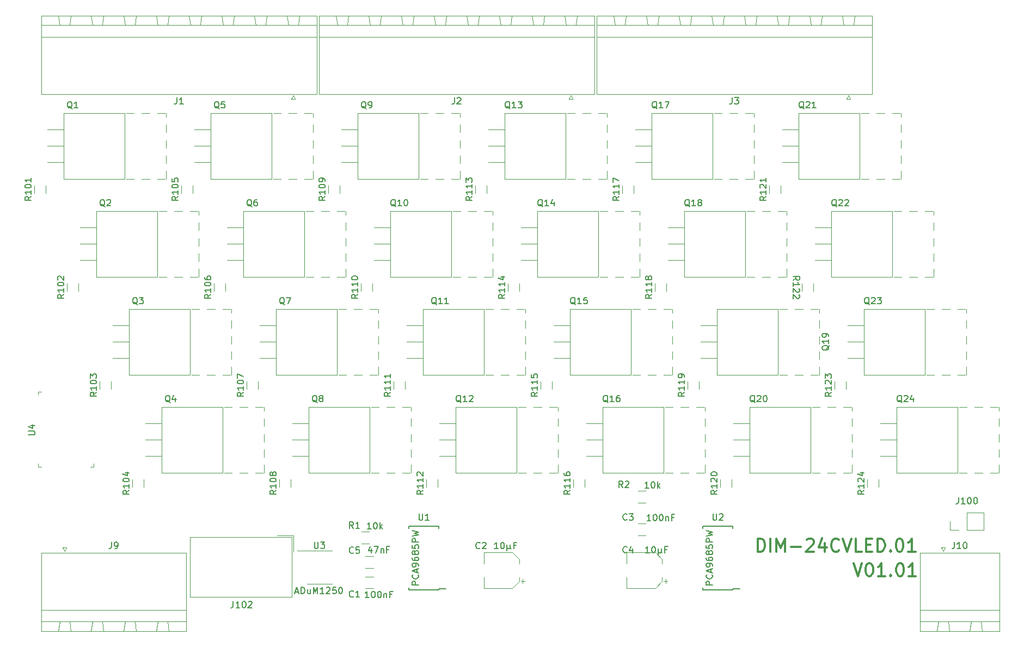
<source format=gbr>
G04 #@! TF.GenerationSoftware,KiCad,Pcbnew,(5.1.4)-1*
G04 #@! TF.CreationDate,2020-01-10T15:49:44+01:00*
G04 #@! TF.ProjectId,KRS-XL_DIM-24CVLED,4b52532d-584c-45f4-9449-4d2d32344356,V01.01*
G04 #@! TF.SameCoordinates,Original*
G04 #@! TF.FileFunction,Legend,Top*
G04 #@! TF.FilePolarity,Positive*
%FSLAX46Y46*%
G04 Gerber Fmt 4.6, Leading zero omitted, Abs format (unit mm)*
G04 Created by KiCad (PCBNEW (5.1.4)-1) date 2020-01-10 15:49:44*
%MOMM*%
%LPD*%
G04 APERTURE LIST*
%ADD10C,0.300000*%
%ADD11C,0.100000*%
%ADD12C,0.120000*%
%ADD13C,0.150000*%
G04 APERTURE END LIST*
D10*
X179832619Y-130984761D02*
X180499285Y-132984761D01*
X181165952Y-130984761D01*
X182213571Y-130984761D02*
X182404047Y-130984761D01*
X182594523Y-131080000D01*
X182689761Y-131175238D01*
X182785000Y-131365714D01*
X182880238Y-131746666D01*
X182880238Y-132222857D01*
X182785000Y-132603809D01*
X182689761Y-132794285D01*
X182594523Y-132889523D01*
X182404047Y-132984761D01*
X182213571Y-132984761D01*
X182023095Y-132889523D01*
X181927857Y-132794285D01*
X181832619Y-132603809D01*
X181737380Y-132222857D01*
X181737380Y-131746666D01*
X181832619Y-131365714D01*
X181927857Y-131175238D01*
X182023095Y-131080000D01*
X182213571Y-130984761D01*
X184785000Y-132984761D02*
X183642142Y-132984761D01*
X184213571Y-132984761D02*
X184213571Y-130984761D01*
X184023095Y-131270476D01*
X183832619Y-131460952D01*
X183642142Y-131556190D01*
X185642142Y-132794285D02*
X185737380Y-132889523D01*
X185642142Y-132984761D01*
X185546904Y-132889523D01*
X185642142Y-132794285D01*
X185642142Y-132984761D01*
X186975476Y-130984761D02*
X187165952Y-130984761D01*
X187356428Y-131080000D01*
X187451666Y-131175238D01*
X187546904Y-131365714D01*
X187642142Y-131746666D01*
X187642142Y-132222857D01*
X187546904Y-132603809D01*
X187451666Y-132794285D01*
X187356428Y-132889523D01*
X187165952Y-132984761D01*
X186975476Y-132984761D01*
X186785000Y-132889523D01*
X186689761Y-132794285D01*
X186594523Y-132603809D01*
X186499285Y-132222857D01*
X186499285Y-131746666D01*
X186594523Y-131365714D01*
X186689761Y-131175238D01*
X186785000Y-131080000D01*
X186975476Y-130984761D01*
X189546904Y-132984761D02*
X188404047Y-132984761D01*
X188975476Y-132984761D02*
X188975476Y-130984761D01*
X188785000Y-131270476D01*
X188594523Y-131460952D01*
X188404047Y-131556190D01*
X164926904Y-129174761D02*
X164926904Y-127174761D01*
X165403095Y-127174761D01*
X165688809Y-127270000D01*
X165879285Y-127460476D01*
X165974523Y-127650952D01*
X166069761Y-128031904D01*
X166069761Y-128317619D01*
X165974523Y-128698571D01*
X165879285Y-128889047D01*
X165688809Y-129079523D01*
X165403095Y-129174761D01*
X164926904Y-129174761D01*
X166926904Y-129174761D02*
X166926904Y-127174761D01*
X167879285Y-129174761D02*
X167879285Y-127174761D01*
X168545952Y-128603333D01*
X169212619Y-127174761D01*
X169212619Y-129174761D01*
X170165000Y-128412857D02*
X171688809Y-128412857D01*
X172545952Y-127365238D02*
X172641190Y-127270000D01*
X172831666Y-127174761D01*
X173307857Y-127174761D01*
X173498333Y-127270000D01*
X173593571Y-127365238D01*
X173688809Y-127555714D01*
X173688809Y-127746190D01*
X173593571Y-128031904D01*
X172450714Y-129174761D01*
X173688809Y-129174761D01*
X175403095Y-127841428D02*
X175403095Y-129174761D01*
X174926904Y-127079523D02*
X174450714Y-128508095D01*
X175688809Y-128508095D01*
X177593571Y-128984285D02*
X177498333Y-129079523D01*
X177212619Y-129174761D01*
X177022142Y-129174761D01*
X176736428Y-129079523D01*
X176545952Y-128889047D01*
X176450714Y-128698571D01*
X176355476Y-128317619D01*
X176355476Y-128031904D01*
X176450714Y-127650952D01*
X176545952Y-127460476D01*
X176736428Y-127270000D01*
X177022142Y-127174761D01*
X177212619Y-127174761D01*
X177498333Y-127270000D01*
X177593571Y-127365238D01*
X178165000Y-127174761D02*
X178831666Y-129174761D01*
X179498333Y-127174761D01*
X181117380Y-129174761D02*
X180165000Y-129174761D01*
X180165000Y-127174761D01*
X181784047Y-128127142D02*
X182450714Y-128127142D01*
X182736428Y-129174761D02*
X181784047Y-129174761D01*
X181784047Y-127174761D01*
X182736428Y-127174761D01*
X183593571Y-129174761D02*
X183593571Y-127174761D01*
X184069761Y-127174761D01*
X184355476Y-127270000D01*
X184545952Y-127460476D01*
X184641190Y-127650952D01*
X184736428Y-128031904D01*
X184736428Y-128317619D01*
X184641190Y-128698571D01*
X184545952Y-128889047D01*
X184355476Y-129079523D01*
X184069761Y-129174761D01*
X183593571Y-129174761D01*
X185593571Y-128984285D02*
X185688809Y-129079523D01*
X185593571Y-129174761D01*
X185498333Y-129079523D01*
X185593571Y-128984285D01*
X185593571Y-129174761D01*
X186926904Y-127174761D02*
X187117380Y-127174761D01*
X187307857Y-127270000D01*
X187403095Y-127365238D01*
X187498333Y-127555714D01*
X187593571Y-127936666D01*
X187593571Y-128412857D01*
X187498333Y-128793809D01*
X187403095Y-128984285D01*
X187307857Y-129079523D01*
X187117380Y-129174761D01*
X186926904Y-129174761D01*
X186736428Y-129079523D01*
X186641190Y-128984285D01*
X186545952Y-128793809D01*
X186450714Y-128412857D01*
X186450714Y-127936666D01*
X186545952Y-127555714D01*
X186641190Y-127365238D01*
X186736428Y-127270000D01*
X186926904Y-127174761D01*
X189498333Y-129174761D02*
X188355476Y-129174761D01*
X188926904Y-129174761D02*
X188926904Y-127174761D01*
X188736428Y-127460476D01*
X188545952Y-127650952D01*
X188355476Y-127746190D01*
D11*
X53000000Y-104270000D02*
X53000000Y-104770000D01*
X53000000Y-104270000D02*
X53500000Y-104270000D01*
X53000000Y-115970000D02*
X53000000Y-115470000D01*
X53000000Y-115970000D02*
X53500000Y-115970000D01*
X61700000Y-115970000D02*
X61200000Y-115970000D01*
X61700000Y-115970000D02*
X61700000Y-115470000D01*
X61700000Y-104270000D02*
X61700000Y-104770000D01*
X61700000Y-104270000D02*
X61200000Y-104270000D01*
D12*
X92722000Y-126645000D02*
X92722000Y-129185000D01*
X92722000Y-126645000D02*
X90182000Y-126645000D01*
X92472000Y-126895000D02*
X92472000Y-136245000D01*
X76692000Y-126895000D02*
X92472000Y-126895000D01*
X76692000Y-136245000D02*
X76692000Y-126895000D01*
X92472000Y-136245000D02*
X76692000Y-136245000D01*
X103955436Y-131720000D02*
X105159564Y-131720000D01*
X103955436Y-129900000D02*
X105159564Y-129900000D01*
X115450000Y-109220000D02*
X117990000Y-109220000D01*
X115450000Y-111760000D02*
X117990000Y-111760000D01*
X115450000Y-114300000D02*
X117990000Y-114300000D01*
X132520000Y-106640000D02*
X133720000Y-106640000D01*
X130120000Y-106640000D02*
X131320000Y-106640000D01*
X127720000Y-106640000D02*
X128920000Y-106640000D01*
X132520000Y-116880000D02*
X133720000Y-116880000D01*
X130120000Y-116880000D02*
X131320000Y-116880000D01*
X127720000Y-116880000D02*
X128920000Y-116880000D01*
X133880000Y-107280000D02*
X133880000Y-106640000D01*
X133880000Y-109680000D02*
X133880000Y-108480000D01*
X133880000Y-112080000D02*
X133880000Y-110880000D01*
X133880000Y-114481000D02*
X133880000Y-113280000D01*
X133880000Y-116880000D02*
X133880000Y-115680000D01*
X117990000Y-106640000D02*
X127480000Y-106640000D01*
X117990000Y-116880000D02*
X127480000Y-116880000D01*
X127480000Y-116880000D02*
X127480000Y-106640000D01*
X117990000Y-116880000D02*
X117990000Y-106640000D01*
X184030000Y-109220000D02*
X186570000Y-109220000D01*
X184030000Y-111760000D02*
X186570000Y-111760000D01*
X184030000Y-114300000D02*
X186570000Y-114300000D01*
X201100000Y-106640000D02*
X202300000Y-106640000D01*
X198700000Y-106640000D02*
X199900000Y-106640000D01*
X196300000Y-106640000D02*
X197500000Y-106640000D01*
X201100000Y-116880000D02*
X202300000Y-116880000D01*
X198700000Y-116880000D02*
X199900000Y-116880000D01*
X196300000Y-116880000D02*
X197500000Y-116880000D01*
X202460000Y-107280000D02*
X202460000Y-106640000D01*
X202460000Y-109680000D02*
X202460000Y-108480000D01*
X202460000Y-112080000D02*
X202460000Y-110880000D01*
X202460000Y-114481000D02*
X202460000Y-113280000D01*
X202460000Y-116880000D02*
X202460000Y-115680000D01*
X186570000Y-106640000D02*
X196060000Y-106640000D01*
X186570000Y-116880000D02*
X196060000Y-116880000D01*
X196060000Y-116880000D02*
X196060000Y-106640000D01*
X186570000Y-116880000D02*
X186570000Y-106640000D01*
X178950000Y-93980000D02*
X181490000Y-93980000D01*
X178950000Y-96520000D02*
X181490000Y-96520000D01*
X178950000Y-99060000D02*
X181490000Y-99060000D01*
X196020000Y-91400000D02*
X197220000Y-91400000D01*
X193620000Y-91400000D02*
X194820000Y-91400000D01*
X191220000Y-91400000D02*
X192420000Y-91400000D01*
X196020000Y-101640000D02*
X197220000Y-101640000D01*
X193620000Y-101640000D02*
X194820000Y-101640000D01*
X191220000Y-101640000D02*
X192420000Y-101640000D01*
X197380000Y-92040000D02*
X197380000Y-91400000D01*
X197380000Y-94440000D02*
X197380000Y-93240000D01*
X197380000Y-96840000D02*
X197380000Y-95640000D01*
X197380000Y-99241000D02*
X197380000Y-98040000D01*
X197380000Y-101640000D02*
X197380000Y-100440000D01*
X181490000Y-91400000D02*
X190980000Y-91400000D01*
X181490000Y-101640000D02*
X190980000Y-101640000D01*
X190980000Y-101640000D02*
X190980000Y-91400000D01*
X181490000Y-101640000D02*
X181490000Y-91400000D01*
X173870000Y-78740000D02*
X176410000Y-78740000D01*
X173870000Y-81280000D02*
X176410000Y-81280000D01*
X173870000Y-83820000D02*
X176410000Y-83820000D01*
X190940000Y-76160000D02*
X192140000Y-76160000D01*
X188540000Y-76160000D02*
X189740000Y-76160000D01*
X186140000Y-76160000D02*
X187340000Y-76160000D01*
X190940000Y-86400000D02*
X192140000Y-86400000D01*
X188540000Y-86400000D02*
X189740000Y-86400000D01*
X186140000Y-86400000D02*
X187340000Y-86400000D01*
X192300000Y-76800000D02*
X192300000Y-76160000D01*
X192300000Y-79200000D02*
X192300000Y-78000000D01*
X192300000Y-81600000D02*
X192300000Y-80400000D01*
X192300000Y-84001000D02*
X192300000Y-82800000D01*
X192300000Y-86400000D02*
X192300000Y-85200000D01*
X176410000Y-76160000D02*
X185900000Y-76160000D01*
X176410000Y-86400000D02*
X185900000Y-86400000D01*
X185900000Y-86400000D02*
X185900000Y-76160000D01*
X176410000Y-86400000D02*
X176410000Y-76160000D01*
X168790000Y-63500000D02*
X171330000Y-63500000D01*
X168790000Y-66040000D02*
X171330000Y-66040000D01*
X168790000Y-68580000D02*
X171330000Y-68580000D01*
X185860000Y-60920000D02*
X187060000Y-60920000D01*
X183460000Y-60920000D02*
X184660000Y-60920000D01*
X181060000Y-60920000D02*
X182260000Y-60920000D01*
X185860000Y-71160000D02*
X187060000Y-71160000D01*
X183460000Y-71160000D02*
X184660000Y-71160000D01*
X181060000Y-71160000D02*
X182260000Y-71160000D01*
X187220000Y-61560000D02*
X187220000Y-60920000D01*
X187220000Y-63960000D02*
X187220000Y-62760000D01*
X187220000Y-66360000D02*
X187220000Y-65160000D01*
X187220000Y-68761000D02*
X187220000Y-67560000D01*
X187220000Y-71160000D02*
X187220000Y-69960000D01*
X171330000Y-60920000D02*
X180820000Y-60920000D01*
X171330000Y-71160000D02*
X180820000Y-71160000D01*
X180820000Y-71160000D02*
X180820000Y-60920000D01*
X171330000Y-71160000D02*
X171330000Y-60920000D01*
X161170000Y-109220000D02*
X163710000Y-109220000D01*
X161170000Y-111760000D02*
X163710000Y-111760000D01*
X161170000Y-114300000D02*
X163710000Y-114300000D01*
X178240000Y-106640000D02*
X179440000Y-106640000D01*
X175840000Y-106640000D02*
X177040000Y-106640000D01*
X173440000Y-106640000D02*
X174640000Y-106640000D01*
X178240000Y-116880000D02*
X179440000Y-116880000D01*
X175840000Y-116880000D02*
X177040000Y-116880000D01*
X173440000Y-116880000D02*
X174640000Y-116880000D01*
X179600000Y-107280000D02*
X179600000Y-106640000D01*
X179600000Y-109680000D02*
X179600000Y-108480000D01*
X179600000Y-112080000D02*
X179600000Y-110880000D01*
X179600000Y-114481000D02*
X179600000Y-113280000D01*
X179600000Y-116880000D02*
X179600000Y-115680000D01*
X163710000Y-106640000D02*
X173200000Y-106640000D01*
X163710000Y-116880000D02*
X173200000Y-116880000D01*
X173200000Y-116880000D02*
X173200000Y-106640000D01*
X163710000Y-116880000D02*
X163710000Y-106640000D01*
X156090000Y-93980000D02*
X158630000Y-93980000D01*
X156090000Y-96520000D02*
X158630000Y-96520000D01*
X156090000Y-99060000D02*
X158630000Y-99060000D01*
X173160000Y-91400000D02*
X174360000Y-91400000D01*
X170760000Y-91400000D02*
X171960000Y-91400000D01*
X168360000Y-91400000D02*
X169560000Y-91400000D01*
X173160000Y-101640000D02*
X174360000Y-101640000D01*
X170760000Y-101640000D02*
X171960000Y-101640000D01*
X168360000Y-101640000D02*
X169560000Y-101640000D01*
X174520000Y-92040000D02*
X174520000Y-91400000D01*
X174520000Y-94440000D02*
X174520000Y-93240000D01*
X174520000Y-96840000D02*
X174520000Y-95640000D01*
X174520000Y-99241000D02*
X174520000Y-98040000D01*
X174520000Y-101640000D02*
X174520000Y-100440000D01*
X158630000Y-91400000D02*
X168120000Y-91400000D01*
X158630000Y-101640000D02*
X168120000Y-101640000D01*
X168120000Y-101640000D02*
X168120000Y-91400000D01*
X158630000Y-101640000D02*
X158630000Y-91400000D01*
X151010000Y-78740000D02*
X153550000Y-78740000D01*
X151010000Y-81280000D02*
X153550000Y-81280000D01*
X151010000Y-83820000D02*
X153550000Y-83820000D01*
X168080000Y-76160000D02*
X169280000Y-76160000D01*
X165680000Y-76160000D02*
X166880000Y-76160000D01*
X163280000Y-76160000D02*
X164480000Y-76160000D01*
X168080000Y-86400000D02*
X169280000Y-86400000D01*
X165680000Y-86400000D02*
X166880000Y-86400000D01*
X163280000Y-86400000D02*
X164480000Y-86400000D01*
X169440000Y-76800000D02*
X169440000Y-76160000D01*
X169440000Y-79200000D02*
X169440000Y-78000000D01*
X169440000Y-81600000D02*
X169440000Y-80400000D01*
X169440000Y-84001000D02*
X169440000Y-82800000D01*
X169440000Y-86400000D02*
X169440000Y-85200000D01*
X153550000Y-76160000D02*
X163040000Y-76160000D01*
X153550000Y-86400000D02*
X163040000Y-86400000D01*
X163040000Y-86400000D02*
X163040000Y-76160000D01*
X153550000Y-86400000D02*
X153550000Y-76160000D01*
X145930000Y-63500000D02*
X148470000Y-63500000D01*
X145930000Y-66040000D02*
X148470000Y-66040000D01*
X145930000Y-68580000D02*
X148470000Y-68580000D01*
X163000000Y-60920000D02*
X164200000Y-60920000D01*
X160600000Y-60920000D02*
X161800000Y-60920000D01*
X158200000Y-60920000D02*
X159400000Y-60920000D01*
X163000000Y-71160000D02*
X164200000Y-71160000D01*
X160600000Y-71160000D02*
X161800000Y-71160000D01*
X158200000Y-71160000D02*
X159400000Y-71160000D01*
X164360000Y-61560000D02*
X164360000Y-60920000D01*
X164360000Y-63960000D02*
X164360000Y-62760000D01*
X164360000Y-66360000D02*
X164360000Y-65160000D01*
X164360000Y-68761000D02*
X164360000Y-67560000D01*
X164360000Y-71160000D02*
X164360000Y-69960000D01*
X148470000Y-60920000D02*
X157960000Y-60920000D01*
X148470000Y-71160000D02*
X157960000Y-71160000D01*
X157960000Y-71160000D02*
X157960000Y-60920000D01*
X148470000Y-71160000D02*
X148470000Y-60920000D01*
X138310000Y-109220000D02*
X140850000Y-109220000D01*
X138310000Y-111760000D02*
X140850000Y-111760000D01*
X138310000Y-114300000D02*
X140850000Y-114300000D01*
X155380000Y-106640000D02*
X156580000Y-106640000D01*
X152980000Y-106640000D02*
X154180000Y-106640000D01*
X150580000Y-106640000D02*
X151780000Y-106640000D01*
X155380000Y-116880000D02*
X156580000Y-116880000D01*
X152980000Y-116880000D02*
X154180000Y-116880000D01*
X150580000Y-116880000D02*
X151780000Y-116880000D01*
X156740000Y-107280000D02*
X156740000Y-106640000D01*
X156740000Y-109680000D02*
X156740000Y-108480000D01*
X156740000Y-112080000D02*
X156740000Y-110880000D01*
X156740000Y-114481000D02*
X156740000Y-113280000D01*
X156740000Y-116880000D02*
X156740000Y-115680000D01*
X140850000Y-106640000D02*
X150340000Y-106640000D01*
X140850000Y-116880000D02*
X150340000Y-116880000D01*
X150340000Y-116880000D02*
X150340000Y-106640000D01*
X140850000Y-116880000D02*
X140850000Y-106640000D01*
X133230000Y-93980000D02*
X135770000Y-93980000D01*
X133230000Y-96520000D02*
X135770000Y-96520000D01*
X133230000Y-99060000D02*
X135770000Y-99060000D01*
X150300000Y-91400000D02*
X151500000Y-91400000D01*
X147900000Y-91400000D02*
X149100000Y-91400000D01*
X145500000Y-91400000D02*
X146700000Y-91400000D01*
X150300000Y-101640000D02*
X151500000Y-101640000D01*
X147900000Y-101640000D02*
X149100000Y-101640000D01*
X145500000Y-101640000D02*
X146700000Y-101640000D01*
X151660000Y-92040000D02*
X151660000Y-91400000D01*
X151660000Y-94440000D02*
X151660000Y-93240000D01*
X151660000Y-96840000D02*
X151660000Y-95640000D01*
X151660000Y-99241000D02*
X151660000Y-98040000D01*
X151660000Y-101640000D02*
X151660000Y-100440000D01*
X135770000Y-91400000D02*
X145260000Y-91400000D01*
X135770000Y-101640000D02*
X145260000Y-101640000D01*
X145260000Y-101640000D02*
X145260000Y-91400000D01*
X135770000Y-101640000D02*
X135770000Y-91400000D01*
X128150000Y-78740000D02*
X130690000Y-78740000D01*
X128150000Y-81280000D02*
X130690000Y-81280000D01*
X128150000Y-83820000D02*
X130690000Y-83820000D01*
X145220000Y-76160000D02*
X146420000Y-76160000D01*
X142820000Y-76160000D02*
X144020000Y-76160000D01*
X140420000Y-76160000D02*
X141620000Y-76160000D01*
X145220000Y-86400000D02*
X146420000Y-86400000D01*
X142820000Y-86400000D02*
X144020000Y-86400000D01*
X140420000Y-86400000D02*
X141620000Y-86400000D01*
X146580000Y-76800000D02*
X146580000Y-76160000D01*
X146580000Y-79200000D02*
X146580000Y-78000000D01*
X146580000Y-81600000D02*
X146580000Y-80400000D01*
X146580000Y-84001000D02*
X146580000Y-82800000D01*
X146580000Y-86400000D02*
X146580000Y-85200000D01*
X130690000Y-76160000D02*
X140180000Y-76160000D01*
X130690000Y-86400000D02*
X140180000Y-86400000D01*
X140180000Y-86400000D02*
X140180000Y-76160000D01*
X130690000Y-86400000D02*
X130690000Y-76160000D01*
X123070000Y-63500000D02*
X125610000Y-63500000D01*
X123070000Y-66040000D02*
X125610000Y-66040000D01*
X123070000Y-68580000D02*
X125610000Y-68580000D01*
X140140000Y-60920000D02*
X141340000Y-60920000D01*
X137740000Y-60920000D02*
X138940000Y-60920000D01*
X135340000Y-60920000D02*
X136540000Y-60920000D01*
X140140000Y-71160000D02*
X141340000Y-71160000D01*
X137740000Y-71160000D02*
X138940000Y-71160000D01*
X135340000Y-71160000D02*
X136540000Y-71160000D01*
X141500000Y-61560000D02*
X141500000Y-60920000D01*
X141500000Y-63960000D02*
X141500000Y-62760000D01*
X141500000Y-66360000D02*
X141500000Y-65160000D01*
X141500000Y-68761000D02*
X141500000Y-67560000D01*
X141500000Y-71160000D02*
X141500000Y-69960000D01*
X125610000Y-60920000D02*
X135100000Y-60920000D01*
X125610000Y-71160000D02*
X135100000Y-71160000D01*
X135100000Y-71160000D02*
X135100000Y-60920000D01*
X125610000Y-71160000D02*
X125610000Y-60920000D01*
X110370000Y-93980000D02*
X112910000Y-93980000D01*
X110370000Y-96520000D02*
X112910000Y-96520000D01*
X110370000Y-99060000D02*
X112910000Y-99060000D01*
X127440000Y-91400000D02*
X128640000Y-91400000D01*
X125040000Y-91400000D02*
X126240000Y-91400000D01*
X122640000Y-91400000D02*
X123840000Y-91400000D01*
X127440000Y-101640000D02*
X128640000Y-101640000D01*
X125040000Y-101640000D02*
X126240000Y-101640000D01*
X122640000Y-101640000D02*
X123840000Y-101640000D01*
X128800000Y-92040000D02*
X128800000Y-91400000D01*
X128800000Y-94440000D02*
X128800000Y-93240000D01*
X128800000Y-96840000D02*
X128800000Y-95640000D01*
X128800000Y-99241000D02*
X128800000Y-98040000D01*
X128800000Y-101640000D02*
X128800000Y-100440000D01*
X112910000Y-91400000D02*
X122400000Y-91400000D01*
X112910000Y-101640000D02*
X122400000Y-101640000D01*
X122400000Y-101640000D02*
X122400000Y-91400000D01*
X112910000Y-101640000D02*
X112910000Y-91400000D01*
X105290000Y-78740000D02*
X107830000Y-78740000D01*
X105290000Y-81280000D02*
X107830000Y-81280000D01*
X105290000Y-83820000D02*
X107830000Y-83820000D01*
X122360000Y-76160000D02*
X123560000Y-76160000D01*
X119960000Y-76160000D02*
X121160000Y-76160000D01*
X117560000Y-76160000D02*
X118760000Y-76160000D01*
X122360000Y-86400000D02*
X123560000Y-86400000D01*
X119960000Y-86400000D02*
X121160000Y-86400000D01*
X117560000Y-86400000D02*
X118760000Y-86400000D01*
X123720000Y-76800000D02*
X123720000Y-76160000D01*
X123720000Y-79200000D02*
X123720000Y-78000000D01*
X123720000Y-81600000D02*
X123720000Y-80400000D01*
X123720000Y-84001000D02*
X123720000Y-82800000D01*
X123720000Y-86400000D02*
X123720000Y-85200000D01*
X107830000Y-76160000D02*
X117320000Y-76160000D01*
X107830000Y-86400000D02*
X117320000Y-86400000D01*
X117320000Y-86400000D02*
X117320000Y-76160000D01*
X107830000Y-86400000D02*
X107830000Y-76160000D01*
X100210000Y-63500000D02*
X102750000Y-63500000D01*
X100210000Y-66040000D02*
X102750000Y-66040000D01*
X100210000Y-68580000D02*
X102750000Y-68580000D01*
X117280000Y-60920000D02*
X118480000Y-60920000D01*
X114880000Y-60920000D02*
X116080000Y-60920000D01*
X112480000Y-60920000D02*
X113680000Y-60920000D01*
X117280000Y-71160000D02*
X118480000Y-71160000D01*
X114880000Y-71160000D02*
X116080000Y-71160000D01*
X112480000Y-71160000D02*
X113680000Y-71160000D01*
X118640000Y-61560000D02*
X118640000Y-60920000D01*
X118640000Y-63960000D02*
X118640000Y-62760000D01*
X118640000Y-66360000D02*
X118640000Y-65160000D01*
X118640000Y-68761000D02*
X118640000Y-67560000D01*
X118640000Y-71160000D02*
X118640000Y-69960000D01*
X102750000Y-60920000D02*
X112240000Y-60920000D01*
X102750000Y-71160000D02*
X112240000Y-71160000D01*
X112240000Y-71160000D02*
X112240000Y-60920000D01*
X102750000Y-71160000D02*
X102750000Y-60920000D01*
X92590000Y-109220000D02*
X95130000Y-109220000D01*
X92590000Y-111760000D02*
X95130000Y-111760000D01*
X92590000Y-114300000D02*
X95130000Y-114300000D01*
X109660000Y-106640000D02*
X110860000Y-106640000D01*
X107260000Y-106640000D02*
X108460000Y-106640000D01*
X104860000Y-106640000D02*
X106060000Y-106640000D01*
X109660000Y-116880000D02*
X110860000Y-116880000D01*
X107260000Y-116880000D02*
X108460000Y-116880000D01*
X104860000Y-116880000D02*
X106060000Y-116880000D01*
X111020000Y-107280000D02*
X111020000Y-106640000D01*
X111020000Y-109680000D02*
X111020000Y-108480000D01*
X111020000Y-112080000D02*
X111020000Y-110880000D01*
X111020000Y-114481000D02*
X111020000Y-113280000D01*
X111020000Y-116880000D02*
X111020000Y-115680000D01*
X95130000Y-106640000D02*
X104620000Y-106640000D01*
X95130000Y-116880000D02*
X104620000Y-116880000D01*
X104620000Y-116880000D02*
X104620000Y-106640000D01*
X95130000Y-116880000D02*
X95130000Y-106640000D01*
X87510000Y-93980000D02*
X90050000Y-93980000D01*
X87510000Y-96520000D02*
X90050000Y-96520000D01*
X87510000Y-99060000D02*
X90050000Y-99060000D01*
X104580000Y-91400000D02*
X105780000Y-91400000D01*
X102180000Y-91400000D02*
X103380000Y-91400000D01*
X99780000Y-91400000D02*
X100980000Y-91400000D01*
X104580000Y-101640000D02*
X105780000Y-101640000D01*
X102180000Y-101640000D02*
X103380000Y-101640000D01*
X99780000Y-101640000D02*
X100980000Y-101640000D01*
X105940000Y-92040000D02*
X105940000Y-91400000D01*
X105940000Y-94440000D02*
X105940000Y-93240000D01*
X105940000Y-96840000D02*
X105940000Y-95640000D01*
X105940000Y-99241000D02*
X105940000Y-98040000D01*
X105940000Y-101640000D02*
X105940000Y-100440000D01*
X90050000Y-91400000D02*
X99540000Y-91400000D01*
X90050000Y-101640000D02*
X99540000Y-101640000D01*
X99540000Y-101640000D02*
X99540000Y-91400000D01*
X90050000Y-101640000D02*
X90050000Y-91400000D01*
X82430000Y-78740000D02*
X84970000Y-78740000D01*
X82430000Y-81280000D02*
X84970000Y-81280000D01*
X82430000Y-83820000D02*
X84970000Y-83820000D01*
X99500000Y-76160000D02*
X100700000Y-76160000D01*
X97100000Y-76160000D02*
X98300000Y-76160000D01*
X94700000Y-76160000D02*
X95900000Y-76160000D01*
X99500000Y-86400000D02*
X100700000Y-86400000D01*
X97100000Y-86400000D02*
X98300000Y-86400000D01*
X94700000Y-86400000D02*
X95900000Y-86400000D01*
X100860000Y-76800000D02*
X100860000Y-76160000D01*
X100860000Y-79200000D02*
X100860000Y-78000000D01*
X100860000Y-81600000D02*
X100860000Y-80400000D01*
X100860000Y-84001000D02*
X100860000Y-82800000D01*
X100860000Y-86400000D02*
X100860000Y-85200000D01*
X84970000Y-76160000D02*
X94460000Y-76160000D01*
X84970000Y-86400000D02*
X94460000Y-86400000D01*
X94460000Y-86400000D02*
X94460000Y-76160000D01*
X84970000Y-86400000D02*
X84970000Y-76160000D01*
X77350000Y-63500000D02*
X79890000Y-63500000D01*
X77350000Y-66040000D02*
X79890000Y-66040000D01*
X77350000Y-68580000D02*
X79890000Y-68580000D01*
X94420000Y-60920000D02*
X95620000Y-60920000D01*
X92020000Y-60920000D02*
X93220000Y-60920000D01*
X89620000Y-60920000D02*
X90820000Y-60920000D01*
X94420000Y-71160000D02*
X95620000Y-71160000D01*
X92020000Y-71160000D02*
X93220000Y-71160000D01*
X89620000Y-71160000D02*
X90820000Y-71160000D01*
X95780000Y-61560000D02*
X95780000Y-60920000D01*
X95780000Y-63960000D02*
X95780000Y-62760000D01*
X95780000Y-66360000D02*
X95780000Y-65160000D01*
X95780000Y-68761000D02*
X95780000Y-67560000D01*
X95780000Y-71160000D02*
X95780000Y-69960000D01*
X79890000Y-60920000D02*
X89380000Y-60920000D01*
X79890000Y-71160000D02*
X89380000Y-71160000D01*
X89380000Y-71160000D02*
X89380000Y-60920000D01*
X79890000Y-71160000D02*
X79890000Y-60920000D01*
X69730000Y-109220000D02*
X72270000Y-109220000D01*
X69730000Y-111760000D02*
X72270000Y-111760000D01*
X69730000Y-114300000D02*
X72270000Y-114300000D01*
X86800000Y-106640000D02*
X88000000Y-106640000D01*
X84400000Y-106640000D02*
X85600000Y-106640000D01*
X82000000Y-106640000D02*
X83200000Y-106640000D01*
X86800000Y-116880000D02*
X88000000Y-116880000D01*
X84400000Y-116880000D02*
X85600000Y-116880000D01*
X82000000Y-116880000D02*
X83200000Y-116880000D01*
X88160000Y-107280000D02*
X88160000Y-106640000D01*
X88160000Y-109680000D02*
X88160000Y-108480000D01*
X88160000Y-112080000D02*
X88160000Y-110880000D01*
X88160000Y-114481000D02*
X88160000Y-113280000D01*
X88160000Y-116880000D02*
X88160000Y-115680000D01*
X72270000Y-106640000D02*
X81760000Y-106640000D01*
X72270000Y-116880000D02*
X81760000Y-116880000D01*
X81760000Y-116880000D02*
X81760000Y-106640000D01*
X72270000Y-116880000D02*
X72270000Y-106640000D01*
X64650000Y-93980000D02*
X67190000Y-93980000D01*
X64650000Y-96520000D02*
X67190000Y-96520000D01*
X64650000Y-99060000D02*
X67190000Y-99060000D01*
X81720000Y-91400000D02*
X82920000Y-91400000D01*
X79320000Y-91400000D02*
X80520000Y-91400000D01*
X76920000Y-91400000D02*
X78120000Y-91400000D01*
X81720000Y-101640000D02*
X82920000Y-101640000D01*
X79320000Y-101640000D02*
X80520000Y-101640000D01*
X76920000Y-101640000D02*
X78120000Y-101640000D01*
X83080000Y-92040000D02*
X83080000Y-91400000D01*
X83080000Y-94440000D02*
X83080000Y-93240000D01*
X83080000Y-96840000D02*
X83080000Y-95640000D01*
X83080000Y-99241000D02*
X83080000Y-98040000D01*
X83080000Y-101640000D02*
X83080000Y-100440000D01*
X67190000Y-91400000D02*
X76680000Y-91400000D01*
X67190000Y-101640000D02*
X76680000Y-101640000D01*
X76680000Y-101640000D02*
X76680000Y-91400000D01*
X67190000Y-101640000D02*
X67190000Y-91400000D01*
X59570000Y-78740000D02*
X62110000Y-78740000D01*
X59570000Y-81280000D02*
X62110000Y-81280000D01*
X59570000Y-83820000D02*
X62110000Y-83820000D01*
X76640000Y-76160000D02*
X77840000Y-76160000D01*
X74240000Y-76160000D02*
X75440000Y-76160000D01*
X71840000Y-76160000D02*
X73040000Y-76160000D01*
X76640000Y-86400000D02*
X77840000Y-86400000D01*
X74240000Y-86400000D02*
X75440000Y-86400000D01*
X71840000Y-86400000D02*
X73040000Y-86400000D01*
X78000000Y-76800000D02*
X78000000Y-76160000D01*
X78000000Y-79200000D02*
X78000000Y-78000000D01*
X78000000Y-81600000D02*
X78000000Y-80400000D01*
X78000000Y-84001000D02*
X78000000Y-82800000D01*
X78000000Y-86400000D02*
X78000000Y-85200000D01*
X62110000Y-76160000D02*
X71600000Y-76160000D01*
X62110000Y-86400000D02*
X71600000Y-86400000D01*
X71600000Y-86400000D02*
X71600000Y-76160000D01*
X62110000Y-86400000D02*
X62110000Y-76160000D01*
X54490000Y-63500000D02*
X57030000Y-63500000D01*
X54490000Y-66040000D02*
X57030000Y-66040000D01*
X54490000Y-68580000D02*
X57030000Y-68580000D01*
X71560000Y-60920000D02*
X72760000Y-60920000D01*
X69160000Y-60920000D02*
X70360000Y-60920000D01*
X66760000Y-60920000D02*
X67960000Y-60920000D01*
X71560000Y-71160000D02*
X72760000Y-71160000D01*
X69160000Y-71160000D02*
X70360000Y-71160000D01*
X66760000Y-71160000D02*
X67960000Y-71160000D01*
X72920000Y-61560000D02*
X72920000Y-60920000D01*
X72920000Y-63960000D02*
X72920000Y-62760000D01*
X72920000Y-66360000D02*
X72920000Y-65160000D01*
X72920000Y-68761000D02*
X72920000Y-67560000D01*
X72920000Y-71160000D02*
X72920000Y-69960000D01*
X57030000Y-60920000D02*
X66520000Y-60920000D01*
X57030000Y-71160000D02*
X66520000Y-71160000D01*
X66520000Y-71160000D02*
X66520000Y-60920000D01*
X57030000Y-71160000D02*
X57030000Y-60920000D01*
X190152000Y-129335000D02*
X190152000Y-141555000D01*
X190152000Y-141555000D02*
X202532000Y-141555000D01*
X202532000Y-141555000D02*
X202532000Y-129335000D01*
X202532000Y-129335000D02*
X190152000Y-129335000D01*
X190152000Y-140055000D02*
X190152000Y-138255000D01*
X190152000Y-138255000D02*
X202532000Y-138255000D01*
X202532000Y-138255000D02*
X202532000Y-140055000D01*
X202532000Y-140055000D02*
X190152000Y-140055000D01*
X192802000Y-141555000D02*
X194802000Y-141555000D01*
X194802000Y-141555000D02*
X194552000Y-140055000D01*
X194552000Y-140055000D02*
X193052000Y-140055000D01*
X193052000Y-140055000D02*
X192802000Y-141555000D01*
X197882000Y-141555000D02*
X199882000Y-141555000D01*
X199882000Y-141555000D02*
X199632000Y-140055000D01*
X199632000Y-140055000D02*
X198132000Y-140055000D01*
X198132000Y-140055000D02*
X197882000Y-141555000D01*
X194102000Y-128535000D02*
X193802000Y-129135000D01*
X193802000Y-129135000D02*
X193502000Y-128535000D01*
X193502000Y-128535000D02*
X194102000Y-128535000D01*
X105159564Y-133075000D02*
X103955436Y-133075000D01*
X105159564Y-134895000D02*
X103955436Y-134895000D01*
X128407500Y-134077500D02*
X128407500Y-133452500D01*
X128720000Y-133765000D02*
X128095000Y-133765000D01*
X127855000Y-130384437D02*
X126790563Y-129320000D01*
X127855000Y-133775563D02*
X126790563Y-134840000D01*
X127855000Y-133775563D02*
X127855000Y-133140000D01*
X127855000Y-130384437D02*
X127855000Y-131020000D01*
X126790563Y-129320000D02*
X122335000Y-129320000D01*
X126790563Y-134840000D02*
X122335000Y-134840000D01*
X122335000Y-134840000D02*
X122335000Y-133140000D01*
X122335000Y-129320000D02*
X122335000Y-131020000D01*
X147504564Y-126640000D02*
X146300436Y-126640000D01*
X147504564Y-124820000D02*
X146300436Y-124820000D01*
X144560000Y-129320000D02*
X144560000Y-131020000D01*
X144560000Y-134840000D02*
X144560000Y-133140000D01*
X149015563Y-134840000D02*
X144560000Y-134840000D01*
X149015563Y-129320000D02*
X144560000Y-129320000D01*
X150080000Y-130384437D02*
X150080000Y-131020000D01*
X150080000Y-133775563D02*
X150080000Y-133140000D01*
X150080000Y-133775563D02*
X149015563Y-134840000D01*
X150080000Y-130384437D02*
X149015563Y-129320000D01*
X150945000Y-133765000D02*
X150320000Y-133765000D01*
X150632500Y-134077500D02*
X150632500Y-133452500D01*
X96360000Y-57990000D02*
X96360000Y-45770000D01*
X96360000Y-45770000D02*
X53500000Y-45770000D01*
X53500000Y-45770000D02*
X53500000Y-57990000D01*
X53500000Y-57990000D02*
X96360000Y-57990000D01*
X96360000Y-47270000D02*
X96360000Y-49070000D01*
X96360000Y-49070000D02*
X53500000Y-49070000D01*
X53500000Y-49070000D02*
X53500000Y-47270000D01*
X53500000Y-47270000D02*
X96360000Y-47270000D01*
X93710000Y-45770000D02*
X91710000Y-45770000D01*
X91710000Y-45770000D02*
X91960000Y-47270000D01*
X91960000Y-47270000D02*
X93460000Y-47270000D01*
X93460000Y-47270000D02*
X93710000Y-45770000D01*
X88630000Y-45770000D02*
X86630000Y-45770000D01*
X86630000Y-45770000D02*
X86880000Y-47270000D01*
X86880000Y-47270000D02*
X88380000Y-47270000D01*
X88380000Y-47270000D02*
X88630000Y-45770000D01*
X83550000Y-45770000D02*
X81550000Y-45770000D01*
X81550000Y-45770000D02*
X81800000Y-47270000D01*
X81800000Y-47270000D02*
X83300000Y-47270000D01*
X83300000Y-47270000D02*
X83550000Y-45770000D01*
X78470000Y-45770000D02*
X76470000Y-45770000D01*
X76470000Y-45770000D02*
X76720000Y-47270000D01*
X76720000Y-47270000D02*
X78220000Y-47270000D01*
X78220000Y-47270000D02*
X78470000Y-45770000D01*
X73390000Y-45770000D02*
X71390000Y-45770000D01*
X71390000Y-45770000D02*
X71640000Y-47270000D01*
X71640000Y-47270000D02*
X73140000Y-47270000D01*
X73140000Y-47270000D02*
X73390000Y-45770000D01*
X68310000Y-45770000D02*
X66310000Y-45770000D01*
X66310000Y-45770000D02*
X66560000Y-47270000D01*
X66560000Y-47270000D02*
X68060000Y-47270000D01*
X68060000Y-47270000D02*
X68310000Y-45770000D01*
X63230000Y-45770000D02*
X61230000Y-45770000D01*
X61230000Y-45770000D02*
X61480000Y-47270000D01*
X61480000Y-47270000D02*
X62980000Y-47270000D01*
X62980000Y-47270000D02*
X63230000Y-45770000D01*
X58150000Y-45770000D02*
X56150000Y-45770000D01*
X56150000Y-45770000D02*
X56400000Y-47270000D01*
X56400000Y-47270000D02*
X57900000Y-47270000D01*
X57900000Y-47270000D02*
X58150000Y-45770000D01*
X92410000Y-58790000D02*
X92710000Y-58190000D01*
X92710000Y-58190000D02*
X93010000Y-58790000D01*
X93010000Y-58790000D02*
X92410000Y-58790000D01*
X136190000Y-58790000D02*
X135590000Y-58790000D01*
X135890000Y-58190000D02*
X136190000Y-58790000D01*
X135590000Y-58790000D02*
X135890000Y-58190000D01*
X101080000Y-47270000D02*
X101330000Y-45770000D01*
X99580000Y-47270000D02*
X101080000Y-47270000D01*
X99330000Y-45770000D02*
X99580000Y-47270000D01*
X101330000Y-45770000D02*
X99330000Y-45770000D01*
X106160000Y-47270000D02*
X106410000Y-45770000D01*
X104660000Y-47270000D02*
X106160000Y-47270000D01*
X104410000Y-45770000D02*
X104660000Y-47270000D01*
X106410000Y-45770000D02*
X104410000Y-45770000D01*
X111240000Y-47270000D02*
X111490000Y-45770000D01*
X109740000Y-47270000D02*
X111240000Y-47270000D01*
X109490000Y-45770000D02*
X109740000Y-47270000D01*
X111490000Y-45770000D02*
X109490000Y-45770000D01*
X116320000Y-47270000D02*
X116570000Y-45770000D01*
X114820000Y-47270000D02*
X116320000Y-47270000D01*
X114570000Y-45770000D02*
X114820000Y-47270000D01*
X116570000Y-45770000D02*
X114570000Y-45770000D01*
X121400000Y-47270000D02*
X121650000Y-45770000D01*
X119900000Y-47270000D02*
X121400000Y-47270000D01*
X119650000Y-45770000D02*
X119900000Y-47270000D01*
X121650000Y-45770000D02*
X119650000Y-45770000D01*
X126480000Y-47270000D02*
X126730000Y-45770000D01*
X124980000Y-47270000D02*
X126480000Y-47270000D01*
X124730000Y-45770000D02*
X124980000Y-47270000D01*
X126730000Y-45770000D02*
X124730000Y-45770000D01*
X131560000Y-47270000D02*
X131810000Y-45770000D01*
X130060000Y-47270000D02*
X131560000Y-47270000D01*
X129810000Y-45770000D02*
X130060000Y-47270000D01*
X131810000Y-45770000D02*
X129810000Y-45770000D01*
X136640000Y-47270000D02*
X136890000Y-45770000D01*
X135140000Y-47270000D02*
X136640000Y-47270000D01*
X134890000Y-45770000D02*
X135140000Y-47270000D01*
X136890000Y-45770000D02*
X134890000Y-45770000D01*
X96680000Y-47270000D02*
X139540000Y-47270000D01*
X96680000Y-49070000D02*
X96680000Y-47270000D01*
X139540000Y-49070000D02*
X96680000Y-49070000D01*
X139540000Y-47270000D02*
X139540000Y-49070000D01*
X96680000Y-57990000D02*
X139540000Y-57990000D01*
X96680000Y-45770000D02*
X96680000Y-57990000D01*
X139540000Y-45770000D02*
X96680000Y-45770000D01*
X139540000Y-57990000D02*
X139540000Y-45770000D01*
X182720000Y-57990000D02*
X182720000Y-45770000D01*
X182720000Y-45770000D02*
X139860000Y-45770000D01*
X139860000Y-45770000D02*
X139860000Y-57990000D01*
X139860000Y-57990000D02*
X182720000Y-57990000D01*
X182720000Y-47270000D02*
X182720000Y-49070000D01*
X182720000Y-49070000D02*
X139860000Y-49070000D01*
X139860000Y-49070000D02*
X139860000Y-47270000D01*
X139860000Y-47270000D02*
X182720000Y-47270000D01*
X180070000Y-45770000D02*
X178070000Y-45770000D01*
X178070000Y-45770000D02*
X178320000Y-47270000D01*
X178320000Y-47270000D02*
X179820000Y-47270000D01*
X179820000Y-47270000D02*
X180070000Y-45770000D01*
X174990000Y-45770000D02*
X172990000Y-45770000D01*
X172990000Y-45770000D02*
X173240000Y-47270000D01*
X173240000Y-47270000D02*
X174740000Y-47270000D01*
X174740000Y-47270000D02*
X174990000Y-45770000D01*
X169910000Y-45770000D02*
X167910000Y-45770000D01*
X167910000Y-45770000D02*
X168160000Y-47270000D01*
X168160000Y-47270000D02*
X169660000Y-47270000D01*
X169660000Y-47270000D02*
X169910000Y-45770000D01*
X164830000Y-45770000D02*
X162830000Y-45770000D01*
X162830000Y-45770000D02*
X163080000Y-47270000D01*
X163080000Y-47270000D02*
X164580000Y-47270000D01*
X164580000Y-47270000D02*
X164830000Y-45770000D01*
X159750000Y-45770000D02*
X157750000Y-45770000D01*
X157750000Y-45770000D02*
X158000000Y-47270000D01*
X158000000Y-47270000D02*
X159500000Y-47270000D01*
X159500000Y-47270000D02*
X159750000Y-45770000D01*
X154670000Y-45770000D02*
X152670000Y-45770000D01*
X152670000Y-45770000D02*
X152920000Y-47270000D01*
X152920000Y-47270000D02*
X154420000Y-47270000D01*
X154420000Y-47270000D02*
X154670000Y-45770000D01*
X149590000Y-45770000D02*
X147590000Y-45770000D01*
X147590000Y-45770000D02*
X147840000Y-47270000D01*
X147840000Y-47270000D02*
X149340000Y-47270000D01*
X149340000Y-47270000D02*
X149590000Y-45770000D01*
X144510000Y-45770000D02*
X142510000Y-45770000D01*
X142510000Y-45770000D02*
X142760000Y-47270000D01*
X142760000Y-47270000D02*
X144260000Y-47270000D01*
X144260000Y-47270000D02*
X144510000Y-45770000D01*
X178770000Y-58790000D02*
X179070000Y-58190000D01*
X179070000Y-58190000D02*
X179370000Y-58790000D01*
X179370000Y-58790000D02*
X178770000Y-58790000D01*
X53500000Y-129335000D02*
X53500000Y-141555000D01*
X53500000Y-141555000D02*
X76040000Y-141555000D01*
X76040000Y-141555000D02*
X76040000Y-129335000D01*
X76040000Y-129335000D02*
X53500000Y-129335000D01*
X53500000Y-140055000D02*
X53500000Y-138255000D01*
X53500000Y-138255000D02*
X76040000Y-138255000D01*
X76040000Y-138255000D02*
X76040000Y-140055000D01*
X76040000Y-140055000D02*
X53500000Y-140055000D01*
X56150000Y-141555000D02*
X58150000Y-141555000D01*
X58150000Y-141555000D02*
X57900000Y-140055000D01*
X57900000Y-140055000D02*
X56400000Y-140055000D01*
X56400000Y-140055000D02*
X56150000Y-141555000D01*
X61230000Y-141555000D02*
X63230000Y-141555000D01*
X63230000Y-141555000D02*
X62980000Y-140055000D01*
X62980000Y-140055000D02*
X61480000Y-140055000D01*
X61480000Y-140055000D02*
X61230000Y-141555000D01*
X66310000Y-141555000D02*
X68310000Y-141555000D01*
X68310000Y-141555000D02*
X68060000Y-140055000D01*
X68060000Y-140055000D02*
X66560000Y-140055000D01*
X66560000Y-140055000D02*
X66310000Y-141555000D01*
X71390000Y-141555000D02*
X73390000Y-141555000D01*
X73390000Y-141555000D02*
X73140000Y-140055000D01*
X73140000Y-140055000D02*
X71640000Y-140055000D01*
X71640000Y-140055000D02*
X71390000Y-141555000D01*
X57450000Y-128535000D02*
X57150000Y-129135000D01*
X57150000Y-129135000D02*
X56850000Y-128535000D01*
X56850000Y-128535000D02*
X57450000Y-128535000D01*
X200085000Y-125790000D02*
X200085000Y-123130000D01*
X197485000Y-125790000D02*
X200085000Y-125790000D01*
X197485000Y-123130000D02*
X200085000Y-123130000D01*
X197485000Y-125790000D02*
X197485000Y-123130000D01*
X196215000Y-125790000D02*
X194885000Y-125790000D01*
X194885000Y-125790000D02*
X194885000Y-124460000D01*
X104524564Y-126090000D02*
X103320436Y-126090000D01*
X104524564Y-127910000D02*
X103320436Y-127910000D01*
X147504564Y-121560000D02*
X146300436Y-121560000D01*
X147504564Y-119740000D02*
X146300436Y-119740000D01*
X54250000Y-73409564D02*
X54250000Y-72205436D01*
X52430000Y-73409564D02*
X52430000Y-72205436D01*
X57510000Y-88649564D02*
X57510000Y-87445436D01*
X59330000Y-88649564D02*
X59330000Y-87445436D01*
X62590000Y-103889564D02*
X62590000Y-102685436D01*
X64410000Y-103889564D02*
X64410000Y-102685436D01*
X69490000Y-119129564D02*
X69490000Y-117925436D01*
X67670000Y-119129564D02*
X67670000Y-117925436D01*
X77110000Y-73409564D02*
X77110000Y-72205436D01*
X75290000Y-73409564D02*
X75290000Y-72205436D01*
X80370000Y-88649564D02*
X80370000Y-87445436D01*
X82190000Y-88649564D02*
X82190000Y-87445436D01*
X87270000Y-103889564D02*
X87270000Y-102685436D01*
X85450000Y-103889564D02*
X85450000Y-102685436D01*
X90530000Y-119129564D02*
X90530000Y-117925436D01*
X92350000Y-119129564D02*
X92350000Y-117925436D01*
X99970000Y-73409564D02*
X99970000Y-72205436D01*
X98150000Y-73409564D02*
X98150000Y-72205436D01*
X103230000Y-88649564D02*
X103230000Y-87445436D01*
X105050000Y-88649564D02*
X105050000Y-87445436D01*
X110130000Y-103889564D02*
X110130000Y-102685436D01*
X108310000Y-103889564D02*
X108310000Y-102685436D01*
X113390000Y-119129564D02*
X113390000Y-117925436D01*
X115210000Y-119129564D02*
X115210000Y-117925436D01*
X122830000Y-73409564D02*
X122830000Y-72205436D01*
X121010000Y-73409564D02*
X121010000Y-72205436D01*
X126090000Y-88649564D02*
X126090000Y-87445436D01*
X127910000Y-88649564D02*
X127910000Y-87445436D01*
X132990000Y-103889564D02*
X132990000Y-102685436D01*
X131170000Y-103889564D02*
X131170000Y-102685436D01*
X136250000Y-119129564D02*
X136250000Y-117925436D01*
X138070000Y-119129564D02*
X138070000Y-117925436D01*
X145690000Y-73409564D02*
X145690000Y-72205436D01*
X143870000Y-73409564D02*
X143870000Y-72205436D01*
X148950000Y-88649564D02*
X148950000Y-87445436D01*
X150770000Y-88649564D02*
X150770000Y-87445436D01*
X155850000Y-103889564D02*
X155850000Y-102685436D01*
X154030000Y-103889564D02*
X154030000Y-102685436D01*
X159110000Y-119129564D02*
X159110000Y-117925436D01*
X160930000Y-119129564D02*
X160930000Y-117925436D01*
X168550000Y-73409564D02*
X168550000Y-72205436D01*
X166730000Y-73409564D02*
X166730000Y-72205436D01*
X171810000Y-88649564D02*
X171810000Y-87445436D01*
X173630000Y-88649564D02*
X173630000Y-87445436D01*
X178710000Y-103889564D02*
X178710000Y-102685436D01*
X176890000Y-103889564D02*
X176890000Y-102685436D01*
X181970000Y-119129564D02*
X181970000Y-117925436D01*
X183790000Y-119129564D02*
X183790000Y-117925436D01*
D13*
X115355000Y-135150000D02*
X115355000Y-134925000D01*
X110705000Y-135150000D02*
X110705000Y-134825000D01*
X110705000Y-125200000D02*
X110705000Y-125525000D01*
X115355000Y-125200000D02*
X115355000Y-125525000D01*
X115355000Y-135150000D02*
X110705000Y-135150000D01*
X115355000Y-125200000D02*
X110705000Y-125200000D01*
X115355000Y-134925000D02*
X116430000Y-134925000D01*
X161075000Y-134925000D02*
X162150000Y-134925000D01*
X161075000Y-125200000D02*
X156425000Y-125200000D01*
X161075000Y-135150000D02*
X156425000Y-135150000D01*
X161075000Y-125200000D02*
X161075000Y-125525000D01*
X156425000Y-125200000D02*
X156425000Y-125525000D01*
X156425000Y-135150000D02*
X156425000Y-134825000D01*
X161075000Y-135150000D02*
X161075000Y-134925000D01*
D12*
X96774000Y-134177720D02*
X98724000Y-134177720D01*
X96774000Y-134177720D02*
X94824000Y-134177720D01*
X96774000Y-129057720D02*
X98724000Y-129057720D01*
X96774000Y-129057720D02*
X93324000Y-129057720D01*
D13*
X51532380Y-111001904D02*
X52341904Y-111001904D01*
X52437142Y-110954285D01*
X52484761Y-110906666D01*
X52532380Y-110811428D01*
X52532380Y-110620952D01*
X52484761Y-110525714D01*
X52437142Y-110478095D01*
X52341904Y-110430476D01*
X51532380Y-110430476D01*
X51865714Y-109525714D02*
X52532380Y-109525714D01*
X51484761Y-109763809D02*
X52199047Y-110001904D01*
X52199047Y-109382857D01*
X83382645Y-136910100D02*
X83382645Y-137624386D01*
X83335026Y-137767243D01*
X83239788Y-137862481D01*
X83096931Y-137910100D01*
X83001693Y-137910100D01*
X84382645Y-137910100D02*
X83811217Y-137910100D01*
X84096931Y-137910100D02*
X84096931Y-136910100D01*
X84001693Y-137052958D01*
X83906455Y-137148196D01*
X83811217Y-137195815D01*
X85001693Y-136910100D02*
X85096931Y-136910100D01*
X85192169Y-136957720D01*
X85239788Y-137005339D01*
X85287407Y-137100577D01*
X85335026Y-137291053D01*
X85335026Y-137529148D01*
X85287407Y-137719624D01*
X85239788Y-137814862D01*
X85192169Y-137862481D01*
X85096931Y-137910100D01*
X85001693Y-137910100D01*
X84906455Y-137862481D01*
X84858836Y-137814862D01*
X84811217Y-137719624D01*
X84763598Y-137529148D01*
X84763598Y-137291053D01*
X84811217Y-137100577D01*
X84858836Y-137005339D01*
X84906455Y-136957720D01*
X85001693Y-136910100D01*
X85715979Y-137005339D02*
X85763598Y-136957720D01*
X85858836Y-136910100D01*
X86096931Y-136910100D01*
X86192169Y-136957720D01*
X86239788Y-137005339D01*
X86287407Y-137100577D01*
X86287407Y-137195815D01*
X86239788Y-137338672D01*
X85668360Y-137910100D01*
X86287407Y-137910100D01*
X102068333Y-129347142D02*
X102020714Y-129394761D01*
X101877857Y-129442380D01*
X101782619Y-129442380D01*
X101639761Y-129394761D01*
X101544523Y-129299523D01*
X101496904Y-129204285D01*
X101449285Y-129013809D01*
X101449285Y-128870952D01*
X101496904Y-128680476D01*
X101544523Y-128585238D01*
X101639761Y-128490000D01*
X101782619Y-128442380D01*
X101877857Y-128442380D01*
X102020714Y-128490000D01*
X102068333Y-128537619D01*
X102973095Y-128442380D02*
X102496904Y-128442380D01*
X102449285Y-128918571D01*
X102496904Y-128870952D01*
X102592142Y-128823333D01*
X102830238Y-128823333D01*
X102925476Y-128870952D01*
X102973095Y-128918571D01*
X103020714Y-129013809D01*
X103020714Y-129251904D01*
X102973095Y-129347142D01*
X102925476Y-129394761D01*
X102830238Y-129442380D01*
X102592142Y-129442380D01*
X102496904Y-129394761D01*
X102449285Y-129347142D01*
X104878333Y-128690714D02*
X104878333Y-129357380D01*
X104640238Y-128309761D02*
X104402142Y-129024047D01*
X105021190Y-129024047D01*
X105306904Y-128357380D02*
X105973571Y-128357380D01*
X105545000Y-129357380D01*
X106354523Y-128690714D02*
X106354523Y-129357380D01*
X106354523Y-128785952D02*
X106402142Y-128738333D01*
X106497380Y-128690714D01*
X106640238Y-128690714D01*
X106735476Y-128738333D01*
X106783095Y-128833571D01*
X106783095Y-129357380D01*
X107592619Y-128833571D02*
X107259285Y-128833571D01*
X107259285Y-129357380D02*
X107259285Y-128357380D01*
X107735476Y-128357380D01*
X118808571Y-105957619D02*
X118713333Y-105910000D01*
X118618095Y-105814761D01*
X118475238Y-105671904D01*
X118380000Y-105624285D01*
X118284761Y-105624285D01*
X118332380Y-105862380D02*
X118237142Y-105814761D01*
X118141904Y-105719523D01*
X118094285Y-105529047D01*
X118094285Y-105195714D01*
X118141904Y-105005238D01*
X118237142Y-104910000D01*
X118332380Y-104862380D01*
X118522857Y-104862380D01*
X118618095Y-104910000D01*
X118713333Y-105005238D01*
X118760952Y-105195714D01*
X118760952Y-105529047D01*
X118713333Y-105719523D01*
X118618095Y-105814761D01*
X118522857Y-105862380D01*
X118332380Y-105862380D01*
X119713333Y-105862380D02*
X119141904Y-105862380D01*
X119427619Y-105862380D02*
X119427619Y-104862380D01*
X119332380Y-105005238D01*
X119237142Y-105100476D01*
X119141904Y-105148095D01*
X120094285Y-104957619D02*
X120141904Y-104910000D01*
X120237142Y-104862380D01*
X120475238Y-104862380D01*
X120570476Y-104910000D01*
X120618095Y-104957619D01*
X120665714Y-105052857D01*
X120665714Y-105148095D01*
X120618095Y-105290952D01*
X120046666Y-105862380D01*
X120665714Y-105862380D01*
X187388571Y-105957619D02*
X187293333Y-105910000D01*
X187198095Y-105814761D01*
X187055238Y-105671904D01*
X186960000Y-105624285D01*
X186864761Y-105624285D01*
X186912380Y-105862380D02*
X186817142Y-105814761D01*
X186721904Y-105719523D01*
X186674285Y-105529047D01*
X186674285Y-105195714D01*
X186721904Y-105005238D01*
X186817142Y-104910000D01*
X186912380Y-104862380D01*
X187102857Y-104862380D01*
X187198095Y-104910000D01*
X187293333Y-105005238D01*
X187340952Y-105195714D01*
X187340952Y-105529047D01*
X187293333Y-105719523D01*
X187198095Y-105814761D01*
X187102857Y-105862380D01*
X186912380Y-105862380D01*
X187721904Y-104957619D02*
X187769523Y-104910000D01*
X187864761Y-104862380D01*
X188102857Y-104862380D01*
X188198095Y-104910000D01*
X188245714Y-104957619D01*
X188293333Y-105052857D01*
X188293333Y-105148095D01*
X188245714Y-105290952D01*
X187674285Y-105862380D01*
X188293333Y-105862380D01*
X189150476Y-105195714D02*
X189150476Y-105862380D01*
X188912380Y-104814761D02*
X188674285Y-105529047D01*
X189293333Y-105529047D01*
X182308571Y-90717619D02*
X182213333Y-90670000D01*
X182118095Y-90574761D01*
X181975238Y-90431904D01*
X181880000Y-90384285D01*
X181784761Y-90384285D01*
X181832380Y-90622380D02*
X181737142Y-90574761D01*
X181641904Y-90479523D01*
X181594285Y-90289047D01*
X181594285Y-89955714D01*
X181641904Y-89765238D01*
X181737142Y-89670000D01*
X181832380Y-89622380D01*
X182022857Y-89622380D01*
X182118095Y-89670000D01*
X182213333Y-89765238D01*
X182260952Y-89955714D01*
X182260952Y-90289047D01*
X182213333Y-90479523D01*
X182118095Y-90574761D01*
X182022857Y-90622380D01*
X181832380Y-90622380D01*
X182641904Y-89717619D02*
X182689523Y-89670000D01*
X182784761Y-89622380D01*
X183022857Y-89622380D01*
X183118095Y-89670000D01*
X183165714Y-89717619D01*
X183213333Y-89812857D01*
X183213333Y-89908095D01*
X183165714Y-90050952D01*
X182594285Y-90622380D01*
X183213333Y-90622380D01*
X183546666Y-89622380D02*
X184165714Y-89622380D01*
X183832380Y-90003333D01*
X183975238Y-90003333D01*
X184070476Y-90050952D01*
X184118095Y-90098571D01*
X184165714Y-90193809D01*
X184165714Y-90431904D01*
X184118095Y-90527142D01*
X184070476Y-90574761D01*
X183975238Y-90622380D01*
X183689523Y-90622380D01*
X183594285Y-90574761D01*
X183546666Y-90527142D01*
X177228571Y-75477619D02*
X177133333Y-75430000D01*
X177038095Y-75334761D01*
X176895238Y-75191904D01*
X176800000Y-75144285D01*
X176704761Y-75144285D01*
X176752380Y-75382380D02*
X176657142Y-75334761D01*
X176561904Y-75239523D01*
X176514285Y-75049047D01*
X176514285Y-74715714D01*
X176561904Y-74525238D01*
X176657142Y-74430000D01*
X176752380Y-74382380D01*
X176942857Y-74382380D01*
X177038095Y-74430000D01*
X177133333Y-74525238D01*
X177180952Y-74715714D01*
X177180952Y-75049047D01*
X177133333Y-75239523D01*
X177038095Y-75334761D01*
X176942857Y-75382380D01*
X176752380Y-75382380D01*
X177561904Y-74477619D02*
X177609523Y-74430000D01*
X177704761Y-74382380D01*
X177942857Y-74382380D01*
X178038095Y-74430000D01*
X178085714Y-74477619D01*
X178133333Y-74572857D01*
X178133333Y-74668095D01*
X178085714Y-74810952D01*
X177514285Y-75382380D01*
X178133333Y-75382380D01*
X178514285Y-74477619D02*
X178561904Y-74430000D01*
X178657142Y-74382380D01*
X178895238Y-74382380D01*
X178990476Y-74430000D01*
X179038095Y-74477619D01*
X179085714Y-74572857D01*
X179085714Y-74668095D01*
X179038095Y-74810952D01*
X178466666Y-75382380D01*
X179085714Y-75382380D01*
X172148571Y-60237619D02*
X172053333Y-60190000D01*
X171958095Y-60094761D01*
X171815238Y-59951904D01*
X171720000Y-59904285D01*
X171624761Y-59904285D01*
X171672380Y-60142380D02*
X171577142Y-60094761D01*
X171481904Y-59999523D01*
X171434285Y-59809047D01*
X171434285Y-59475714D01*
X171481904Y-59285238D01*
X171577142Y-59190000D01*
X171672380Y-59142380D01*
X171862857Y-59142380D01*
X171958095Y-59190000D01*
X172053333Y-59285238D01*
X172100952Y-59475714D01*
X172100952Y-59809047D01*
X172053333Y-59999523D01*
X171958095Y-60094761D01*
X171862857Y-60142380D01*
X171672380Y-60142380D01*
X172481904Y-59237619D02*
X172529523Y-59190000D01*
X172624761Y-59142380D01*
X172862857Y-59142380D01*
X172958095Y-59190000D01*
X173005714Y-59237619D01*
X173053333Y-59332857D01*
X173053333Y-59428095D01*
X173005714Y-59570952D01*
X172434285Y-60142380D01*
X173053333Y-60142380D01*
X174005714Y-60142380D02*
X173434285Y-60142380D01*
X173720000Y-60142380D02*
X173720000Y-59142380D01*
X173624761Y-59285238D01*
X173529523Y-59380476D01*
X173434285Y-59428095D01*
X164528571Y-105957619D02*
X164433333Y-105910000D01*
X164338095Y-105814761D01*
X164195238Y-105671904D01*
X164100000Y-105624285D01*
X164004761Y-105624285D01*
X164052380Y-105862380D02*
X163957142Y-105814761D01*
X163861904Y-105719523D01*
X163814285Y-105529047D01*
X163814285Y-105195714D01*
X163861904Y-105005238D01*
X163957142Y-104910000D01*
X164052380Y-104862380D01*
X164242857Y-104862380D01*
X164338095Y-104910000D01*
X164433333Y-105005238D01*
X164480952Y-105195714D01*
X164480952Y-105529047D01*
X164433333Y-105719523D01*
X164338095Y-105814761D01*
X164242857Y-105862380D01*
X164052380Y-105862380D01*
X164861904Y-104957619D02*
X164909523Y-104910000D01*
X165004761Y-104862380D01*
X165242857Y-104862380D01*
X165338095Y-104910000D01*
X165385714Y-104957619D01*
X165433333Y-105052857D01*
X165433333Y-105148095D01*
X165385714Y-105290952D01*
X164814285Y-105862380D01*
X165433333Y-105862380D01*
X166052380Y-104862380D02*
X166147619Y-104862380D01*
X166242857Y-104910000D01*
X166290476Y-104957619D01*
X166338095Y-105052857D01*
X166385714Y-105243333D01*
X166385714Y-105481428D01*
X166338095Y-105671904D01*
X166290476Y-105767142D01*
X166242857Y-105814761D01*
X166147619Y-105862380D01*
X166052380Y-105862380D01*
X165957142Y-105814761D01*
X165909523Y-105767142D01*
X165861904Y-105671904D01*
X165814285Y-105481428D01*
X165814285Y-105243333D01*
X165861904Y-105052857D01*
X165909523Y-104957619D01*
X165957142Y-104910000D01*
X166052380Y-104862380D01*
X176067619Y-97091428D02*
X176020000Y-97186666D01*
X175924761Y-97281904D01*
X175781904Y-97424761D01*
X175734285Y-97520000D01*
X175734285Y-97615238D01*
X175972380Y-97567619D02*
X175924761Y-97662857D01*
X175829523Y-97758095D01*
X175639047Y-97805714D01*
X175305714Y-97805714D01*
X175115238Y-97758095D01*
X175020000Y-97662857D01*
X174972380Y-97567619D01*
X174972380Y-97377142D01*
X175020000Y-97281904D01*
X175115238Y-97186666D01*
X175305714Y-97139047D01*
X175639047Y-97139047D01*
X175829523Y-97186666D01*
X175924761Y-97281904D01*
X175972380Y-97377142D01*
X175972380Y-97567619D01*
X175972380Y-96186666D02*
X175972380Y-96758095D01*
X175972380Y-96472380D02*
X174972380Y-96472380D01*
X175115238Y-96567619D01*
X175210476Y-96662857D01*
X175258095Y-96758095D01*
X175972380Y-95710476D02*
X175972380Y-95520000D01*
X175924761Y-95424761D01*
X175877142Y-95377142D01*
X175734285Y-95281904D01*
X175543809Y-95234285D01*
X175162857Y-95234285D01*
X175067619Y-95281904D01*
X175020000Y-95329523D01*
X174972380Y-95424761D01*
X174972380Y-95615238D01*
X175020000Y-95710476D01*
X175067619Y-95758095D01*
X175162857Y-95805714D01*
X175400952Y-95805714D01*
X175496190Y-95758095D01*
X175543809Y-95710476D01*
X175591428Y-95615238D01*
X175591428Y-95424761D01*
X175543809Y-95329523D01*
X175496190Y-95281904D01*
X175400952Y-95234285D01*
X154368571Y-75477619D02*
X154273333Y-75430000D01*
X154178095Y-75334761D01*
X154035238Y-75191904D01*
X153940000Y-75144285D01*
X153844761Y-75144285D01*
X153892380Y-75382380D02*
X153797142Y-75334761D01*
X153701904Y-75239523D01*
X153654285Y-75049047D01*
X153654285Y-74715714D01*
X153701904Y-74525238D01*
X153797142Y-74430000D01*
X153892380Y-74382380D01*
X154082857Y-74382380D01*
X154178095Y-74430000D01*
X154273333Y-74525238D01*
X154320952Y-74715714D01*
X154320952Y-75049047D01*
X154273333Y-75239523D01*
X154178095Y-75334761D01*
X154082857Y-75382380D01*
X153892380Y-75382380D01*
X155273333Y-75382380D02*
X154701904Y-75382380D01*
X154987619Y-75382380D02*
X154987619Y-74382380D01*
X154892380Y-74525238D01*
X154797142Y-74620476D01*
X154701904Y-74668095D01*
X155844761Y-74810952D02*
X155749523Y-74763333D01*
X155701904Y-74715714D01*
X155654285Y-74620476D01*
X155654285Y-74572857D01*
X155701904Y-74477619D01*
X155749523Y-74430000D01*
X155844761Y-74382380D01*
X156035238Y-74382380D01*
X156130476Y-74430000D01*
X156178095Y-74477619D01*
X156225714Y-74572857D01*
X156225714Y-74620476D01*
X156178095Y-74715714D01*
X156130476Y-74763333D01*
X156035238Y-74810952D01*
X155844761Y-74810952D01*
X155749523Y-74858571D01*
X155701904Y-74906190D01*
X155654285Y-75001428D01*
X155654285Y-75191904D01*
X155701904Y-75287142D01*
X155749523Y-75334761D01*
X155844761Y-75382380D01*
X156035238Y-75382380D01*
X156130476Y-75334761D01*
X156178095Y-75287142D01*
X156225714Y-75191904D01*
X156225714Y-75001428D01*
X156178095Y-74906190D01*
X156130476Y-74858571D01*
X156035238Y-74810952D01*
X149288571Y-60237619D02*
X149193333Y-60190000D01*
X149098095Y-60094761D01*
X148955238Y-59951904D01*
X148860000Y-59904285D01*
X148764761Y-59904285D01*
X148812380Y-60142380D02*
X148717142Y-60094761D01*
X148621904Y-59999523D01*
X148574285Y-59809047D01*
X148574285Y-59475714D01*
X148621904Y-59285238D01*
X148717142Y-59190000D01*
X148812380Y-59142380D01*
X149002857Y-59142380D01*
X149098095Y-59190000D01*
X149193333Y-59285238D01*
X149240952Y-59475714D01*
X149240952Y-59809047D01*
X149193333Y-59999523D01*
X149098095Y-60094761D01*
X149002857Y-60142380D01*
X148812380Y-60142380D01*
X150193333Y-60142380D02*
X149621904Y-60142380D01*
X149907619Y-60142380D02*
X149907619Y-59142380D01*
X149812380Y-59285238D01*
X149717142Y-59380476D01*
X149621904Y-59428095D01*
X150526666Y-59142380D02*
X151193333Y-59142380D01*
X150764761Y-60142380D01*
X141668571Y-105957619D02*
X141573333Y-105910000D01*
X141478095Y-105814761D01*
X141335238Y-105671904D01*
X141240000Y-105624285D01*
X141144761Y-105624285D01*
X141192380Y-105862380D02*
X141097142Y-105814761D01*
X141001904Y-105719523D01*
X140954285Y-105529047D01*
X140954285Y-105195714D01*
X141001904Y-105005238D01*
X141097142Y-104910000D01*
X141192380Y-104862380D01*
X141382857Y-104862380D01*
X141478095Y-104910000D01*
X141573333Y-105005238D01*
X141620952Y-105195714D01*
X141620952Y-105529047D01*
X141573333Y-105719523D01*
X141478095Y-105814761D01*
X141382857Y-105862380D01*
X141192380Y-105862380D01*
X142573333Y-105862380D02*
X142001904Y-105862380D01*
X142287619Y-105862380D02*
X142287619Y-104862380D01*
X142192380Y-105005238D01*
X142097142Y-105100476D01*
X142001904Y-105148095D01*
X143430476Y-104862380D02*
X143240000Y-104862380D01*
X143144761Y-104910000D01*
X143097142Y-104957619D01*
X143001904Y-105100476D01*
X142954285Y-105290952D01*
X142954285Y-105671904D01*
X143001904Y-105767142D01*
X143049523Y-105814761D01*
X143144761Y-105862380D01*
X143335238Y-105862380D01*
X143430476Y-105814761D01*
X143478095Y-105767142D01*
X143525714Y-105671904D01*
X143525714Y-105433809D01*
X143478095Y-105338571D01*
X143430476Y-105290952D01*
X143335238Y-105243333D01*
X143144761Y-105243333D01*
X143049523Y-105290952D01*
X143001904Y-105338571D01*
X142954285Y-105433809D01*
X136588571Y-90717619D02*
X136493333Y-90670000D01*
X136398095Y-90574761D01*
X136255238Y-90431904D01*
X136160000Y-90384285D01*
X136064761Y-90384285D01*
X136112380Y-90622380D02*
X136017142Y-90574761D01*
X135921904Y-90479523D01*
X135874285Y-90289047D01*
X135874285Y-89955714D01*
X135921904Y-89765238D01*
X136017142Y-89670000D01*
X136112380Y-89622380D01*
X136302857Y-89622380D01*
X136398095Y-89670000D01*
X136493333Y-89765238D01*
X136540952Y-89955714D01*
X136540952Y-90289047D01*
X136493333Y-90479523D01*
X136398095Y-90574761D01*
X136302857Y-90622380D01*
X136112380Y-90622380D01*
X137493333Y-90622380D02*
X136921904Y-90622380D01*
X137207619Y-90622380D02*
X137207619Y-89622380D01*
X137112380Y-89765238D01*
X137017142Y-89860476D01*
X136921904Y-89908095D01*
X138398095Y-89622380D02*
X137921904Y-89622380D01*
X137874285Y-90098571D01*
X137921904Y-90050952D01*
X138017142Y-90003333D01*
X138255238Y-90003333D01*
X138350476Y-90050952D01*
X138398095Y-90098571D01*
X138445714Y-90193809D01*
X138445714Y-90431904D01*
X138398095Y-90527142D01*
X138350476Y-90574761D01*
X138255238Y-90622380D01*
X138017142Y-90622380D01*
X137921904Y-90574761D01*
X137874285Y-90527142D01*
X131508571Y-75477619D02*
X131413333Y-75430000D01*
X131318095Y-75334761D01*
X131175238Y-75191904D01*
X131080000Y-75144285D01*
X130984761Y-75144285D01*
X131032380Y-75382380D02*
X130937142Y-75334761D01*
X130841904Y-75239523D01*
X130794285Y-75049047D01*
X130794285Y-74715714D01*
X130841904Y-74525238D01*
X130937142Y-74430000D01*
X131032380Y-74382380D01*
X131222857Y-74382380D01*
X131318095Y-74430000D01*
X131413333Y-74525238D01*
X131460952Y-74715714D01*
X131460952Y-75049047D01*
X131413333Y-75239523D01*
X131318095Y-75334761D01*
X131222857Y-75382380D01*
X131032380Y-75382380D01*
X132413333Y-75382380D02*
X131841904Y-75382380D01*
X132127619Y-75382380D02*
X132127619Y-74382380D01*
X132032380Y-74525238D01*
X131937142Y-74620476D01*
X131841904Y-74668095D01*
X133270476Y-74715714D02*
X133270476Y-75382380D01*
X133032380Y-74334761D02*
X132794285Y-75049047D01*
X133413333Y-75049047D01*
X126428571Y-60237619D02*
X126333333Y-60190000D01*
X126238095Y-60094761D01*
X126095238Y-59951904D01*
X126000000Y-59904285D01*
X125904761Y-59904285D01*
X125952380Y-60142380D02*
X125857142Y-60094761D01*
X125761904Y-59999523D01*
X125714285Y-59809047D01*
X125714285Y-59475714D01*
X125761904Y-59285238D01*
X125857142Y-59190000D01*
X125952380Y-59142380D01*
X126142857Y-59142380D01*
X126238095Y-59190000D01*
X126333333Y-59285238D01*
X126380952Y-59475714D01*
X126380952Y-59809047D01*
X126333333Y-59999523D01*
X126238095Y-60094761D01*
X126142857Y-60142380D01*
X125952380Y-60142380D01*
X127333333Y-60142380D02*
X126761904Y-60142380D01*
X127047619Y-60142380D02*
X127047619Y-59142380D01*
X126952380Y-59285238D01*
X126857142Y-59380476D01*
X126761904Y-59428095D01*
X127666666Y-59142380D02*
X128285714Y-59142380D01*
X127952380Y-59523333D01*
X128095238Y-59523333D01*
X128190476Y-59570952D01*
X128238095Y-59618571D01*
X128285714Y-59713809D01*
X128285714Y-59951904D01*
X128238095Y-60047142D01*
X128190476Y-60094761D01*
X128095238Y-60142380D01*
X127809523Y-60142380D01*
X127714285Y-60094761D01*
X127666666Y-60047142D01*
X114998571Y-90717619D02*
X114903333Y-90670000D01*
X114808095Y-90574761D01*
X114665238Y-90431904D01*
X114570000Y-90384285D01*
X114474761Y-90384285D01*
X114522380Y-90622380D02*
X114427142Y-90574761D01*
X114331904Y-90479523D01*
X114284285Y-90289047D01*
X114284285Y-89955714D01*
X114331904Y-89765238D01*
X114427142Y-89670000D01*
X114522380Y-89622380D01*
X114712857Y-89622380D01*
X114808095Y-89670000D01*
X114903333Y-89765238D01*
X114950952Y-89955714D01*
X114950952Y-90289047D01*
X114903333Y-90479523D01*
X114808095Y-90574761D01*
X114712857Y-90622380D01*
X114522380Y-90622380D01*
X115903333Y-90622380D02*
X115331904Y-90622380D01*
X115617619Y-90622380D02*
X115617619Y-89622380D01*
X115522380Y-89765238D01*
X115427142Y-89860476D01*
X115331904Y-89908095D01*
X116855714Y-90622380D02*
X116284285Y-90622380D01*
X116570000Y-90622380D02*
X116570000Y-89622380D01*
X116474761Y-89765238D01*
X116379523Y-89860476D01*
X116284285Y-89908095D01*
X108648571Y-75477619D02*
X108553333Y-75430000D01*
X108458095Y-75334761D01*
X108315238Y-75191904D01*
X108220000Y-75144285D01*
X108124761Y-75144285D01*
X108172380Y-75382380D02*
X108077142Y-75334761D01*
X107981904Y-75239523D01*
X107934285Y-75049047D01*
X107934285Y-74715714D01*
X107981904Y-74525238D01*
X108077142Y-74430000D01*
X108172380Y-74382380D01*
X108362857Y-74382380D01*
X108458095Y-74430000D01*
X108553333Y-74525238D01*
X108600952Y-74715714D01*
X108600952Y-75049047D01*
X108553333Y-75239523D01*
X108458095Y-75334761D01*
X108362857Y-75382380D01*
X108172380Y-75382380D01*
X109553333Y-75382380D02*
X108981904Y-75382380D01*
X109267619Y-75382380D02*
X109267619Y-74382380D01*
X109172380Y-74525238D01*
X109077142Y-74620476D01*
X108981904Y-74668095D01*
X110172380Y-74382380D02*
X110267619Y-74382380D01*
X110362857Y-74430000D01*
X110410476Y-74477619D01*
X110458095Y-74572857D01*
X110505714Y-74763333D01*
X110505714Y-75001428D01*
X110458095Y-75191904D01*
X110410476Y-75287142D01*
X110362857Y-75334761D01*
X110267619Y-75382380D01*
X110172380Y-75382380D01*
X110077142Y-75334761D01*
X110029523Y-75287142D01*
X109981904Y-75191904D01*
X109934285Y-75001428D01*
X109934285Y-74763333D01*
X109981904Y-74572857D01*
X110029523Y-74477619D01*
X110077142Y-74430000D01*
X110172380Y-74382380D01*
X104044761Y-60237619D02*
X103949523Y-60190000D01*
X103854285Y-60094761D01*
X103711428Y-59951904D01*
X103616190Y-59904285D01*
X103520952Y-59904285D01*
X103568571Y-60142380D02*
X103473333Y-60094761D01*
X103378095Y-59999523D01*
X103330476Y-59809047D01*
X103330476Y-59475714D01*
X103378095Y-59285238D01*
X103473333Y-59190000D01*
X103568571Y-59142380D01*
X103759047Y-59142380D01*
X103854285Y-59190000D01*
X103949523Y-59285238D01*
X103997142Y-59475714D01*
X103997142Y-59809047D01*
X103949523Y-59999523D01*
X103854285Y-60094761D01*
X103759047Y-60142380D01*
X103568571Y-60142380D01*
X104473333Y-60142380D02*
X104663809Y-60142380D01*
X104759047Y-60094761D01*
X104806666Y-60047142D01*
X104901904Y-59904285D01*
X104949523Y-59713809D01*
X104949523Y-59332857D01*
X104901904Y-59237619D01*
X104854285Y-59190000D01*
X104759047Y-59142380D01*
X104568571Y-59142380D01*
X104473333Y-59190000D01*
X104425714Y-59237619D01*
X104378095Y-59332857D01*
X104378095Y-59570952D01*
X104425714Y-59666190D01*
X104473333Y-59713809D01*
X104568571Y-59761428D01*
X104759047Y-59761428D01*
X104854285Y-59713809D01*
X104901904Y-59666190D01*
X104949523Y-59570952D01*
X96424761Y-105957619D02*
X96329523Y-105910000D01*
X96234285Y-105814761D01*
X96091428Y-105671904D01*
X95996190Y-105624285D01*
X95900952Y-105624285D01*
X95948571Y-105862380D02*
X95853333Y-105814761D01*
X95758095Y-105719523D01*
X95710476Y-105529047D01*
X95710476Y-105195714D01*
X95758095Y-105005238D01*
X95853333Y-104910000D01*
X95948571Y-104862380D01*
X96139047Y-104862380D01*
X96234285Y-104910000D01*
X96329523Y-105005238D01*
X96377142Y-105195714D01*
X96377142Y-105529047D01*
X96329523Y-105719523D01*
X96234285Y-105814761D01*
X96139047Y-105862380D01*
X95948571Y-105862380D01*
X96948571Y-105290952D02*
X96853333Y-105243333D01*
X96805714Y-105195714D01*
X96758095Y-105100476D01*
X96758095Y-105052857D01*
X96805714Y-104957619D01*
X96853333Y-104910000D01*
X96948571Y-104862380D01*
X97139047Y-104862380D01*
X97234285Y-104910000D01*
X97281904Y-104957619D01*
X97329523Y-105052857D01*
X97329523Y-105100476D01*
X97281904Y-105195714D01*
X97234285Y-105243333D01*
X97139047Y-105290952D01*
X96948571Y-105290952D01*
X96853333Y-105338571D01*
X96805714Y-105386190D01*
X96758095Y-105481428D01*
X96758095Y-105671904D01*
X96805714Y-105767142D01*
X96853333Y-105814761D01*
X96948571Y-105862380D01*
X97139047Y-105862380D01*
X97234285Y-105814761D01*
X97281904Y-105767142D01*
X97329523Y-105671904D01*
X97329523Y-105481428D01*
X97281904Y-105386190D01*
X97234285Y-105338571D01*
X97139047Y-105290952D01*
X91344761Y-90717619D02*
X91249523Y-90670000D01*
X91154285Y-90574761D01*
X91011428Y-90431904D01*
X90916190Y-90384285D01*
X90820952Y-90384285D01*
X90868571Y-90622380D02*
X90773333Y-90574761D01*
X90678095Y-90479523D01*
X90630476Y-90289047D01*
X90630476Y-89955714D01*
X90678095Y-89765238D01*
X90773333Y-89670000D01*
X90868571Y-89622380D01*
X91059047Y-89622380D01*
X91154285Y-89670000D01*
X91249523Y-89765238D01*
X91297142Y-89955714D01*
X91297142Y-90289047D01*
X91249523Y-90479523D01*
X91154285Y-90574761D01*
X91059047Y-90622380D01*
X90868571Y-90622380D01*
X91630476Y-89622380D02*
X92297142Y-89622380D01*
X91868571Y-90622380D01*
X86264761Y-75477619D02*
X86169523Y-75430000D01*
X86074285Y-75334761D01*
X85931428Y-75191904D01*
X85836190Y-75144285D01*
X85740952Y-75144285D01*
X85788571Y-75382380D02*
X85693333Y-75334761D01*
X85598095Y-75239523D01*
X85550476Y-75049047D01*
X85550476Y-74715714D01*
X85598095Y-74525238D01*
X85693333Y-74430000D01*
X85788571Y-74382380D01*
X85979047Y-74382380D01*
X86074285Y-74430000D01*
X86169523Y-74525238D01*
X86217142Y-74715714D01*
X86217142Y-75049047D01*
X86169523Y-75239523D01*
X86074285Y-75334761D01*
X85979047Y-75382380D01*
X85788571Y-75382380D01*
X87074285Y-74382380D02*
X86883809Y-74382380D01*
X86788571Y-74430000D01*
X86740952Y-74477619D01*
X86645714Y-74620476D01*
X86598095Y-74810952D01*
X86598095Y-75191904D01*
X86645714Y-75287142D01*
X86693333Y-75334761D01*
X86788571Y-75382380D01*
X86979047Y-75382380D01*
X87074285Y-75334761D01*
X87121904Y-75287142D01*
X87169523Y-75191904D01*
X87169523Y-74953809D01*
X87121904Y-74858571D01*
X87074285Y-74810952D01*
X86979047Y-74763333D01*
X86788571Y-74763333D01*
X86693333Y-74810952D01*
X86645714Y-74858571D01*
X86598095Y-74953809D01*
X81184761Y-60237619D02*
X81089523Y-60190000D01*
X80994285Y-60094761D01*
X80851428Y-59951904D01*
X80756190Y-59904285D01*
X80660952Y-59904285D01*
X80708571Y-60142380D02*
X80613333Y-60094761D01*
X80518095Y-59999523D01*
X80470476Y-59809047D01*
X80470476Y-59475714D01*
X80518095Y-59285238D01*
X80613333Y-59190000D01*
X80708571Y-59142380D01*
X80899047Y-59142380D01*
X80994285Y-59190000D01*
X81089523Y-59285238D01*
X81137142Y-59475714D01*
X81137142Y-59809047D01*
X81089523Y-59999523D01*
X80994285Y-60094761D01*
X80899047Y-60142380D01*
X80708571Y-60142380D01*
X82041904Y-59142380D02*
X81565714Y-59142380D01*
X81518095Y-59618571D01*
X81565714Y-59570952D01*
X81660952Y-59523333D01*
X81899047Y-59523333D01*
X81994285Y-59570952D01*
X82041904Y-59618571D01*
X82089523Y-59713809D01*
X82089523Y-59951904D01*
X82041904Y-60047142D01*
X81994285Y-60094761D01*
X81899047Y-60142380D01*
X81660952Y-60142380D01*
X81565714Y-60094761D01*
X81518095Y-60047142D01*
X73564761Y-105957619D02*
X73469523Y-105910000D01*
X73374285Y-105814761D01*
X73231428Y-105671904D01*
X73136190Y-105624285D01*
X73040952Y-105624285D01*
X73088571Y-105862380D02*
X72993333Y-105814761D01*
X72898095Y-105719523D01*
X72850476Y-105529047D01*
X72850476Y-105195714D01*
X72898095Y-105005238D01*
X72993333Y-104910000D01*
X73088571Y-104862380D01*
X73279047Y-104862380D01*
X73374285Y-104910000D01*
X73469523Y-105005238D01*
X73517142Y-105195714D01*
X73517142Y-105529047D01*
X73469523Y-105719523D01*
X73374285Y-105814761D01*
X73279047Y-105862380D01*
X73088571Y-105862380D01*
X74374285Y-105195714D02*
X74374285Y-105862380D01*
X74136190Y-104814761D02*
X73898095Y-105529047D01*
X74517142Y-105529047D01*
X68484761Y-90717619D02*
X68389523Y-90670000D01*
X68294285Y-90574761D01*
X68151428Y-90431904D01*
X68056190Y-90384285D01*
X67960952Y-90384285D01*
X68008571Y-90622380D02*
X67913333Y-90574761D01*
X67818095Y-90479523D01*
X67770476Y-90289047D01*
X67770476Y-89955714D01*
X67818095Y-89765238D01*
X67913333Y-89670000D01*
X68008571Y-89622380D01*
X68199047Y-89622380D01*
X68294285Y-89670000D01*
X68389523Y-89765238D01*
X68437142Y-89955714D01*
X68437142Y-90289047D01*
X68389523Y-90479523D01*
X68294285Y-90574761D01*
X68199047Y-90622380D01*
X68008571Y-90622380D01*
X68770476Y-89622380D02*
X69389523Y-89622380D01*
X69056190Y-90003333D01*
X69199047Y-90003333D01*
X69294285Y-90050952D01*
X69341904Y-90098571D01*
X69389523Y-90193809D01*
X69389523Y-90431904D01*
X69341904Y-90527142D01*
X69294285Y-90574761D01*
X69199047Y-90622380D01*
X68913333Y-90622380D01*
X68818095Y-90574761D01*
X68770476Y-90527142D01*
X63404761Y-75477619D02*
X63309523Y-75430000D01*
X63214285Y-75334761D01*
X63071428Y-75191904D01*
X62976190Y-75144285D01*
X62880952Y-75144285D01*
X62928571Y-75382380D02*
X62833333Y-75334761D01*
X62738095Y-75239523D01*
X62690476Y-75049047D01*
X62690476Y-74715714D01*
X62738095Y-74525238D01*
X62833333Y-74430000D01*
X62928571Y-74382380D01*
X63119047Y-74382380D01*
X63214285Y-74430000D01*
X63309523Y-74525238D01*
X63357142Y-74715714D01*
X63357142Y-75049047D01*
X63309523Y-75239523D01*
X63214285Y-75334761D01*
X63119047Y-75382380D01*
X62928571Y-75382380D01*
X63738095Y-74477619D02*
X63785714Y-74430000D01*
X63880952Y-74382380D01*
X64119047Y-74382380D01*
X64214285Y-74430000D01*
X64261904Y-74477619D01*
X64309523Y-74572857D01*
X64309523Y-74668095D01*
X64261904Y-74810952D01*
X63690476Y-75382380D01*
X64309523Y-75382380D01*
X58324761Y-60237619D02*
X58229523Y-60190000D01*
X58134285Y-60094761D01*
X57991428Y-59951904D01*
X57896190Y-59904285D01*
X57800952Y-59904285D01*
X57848571Y-60142380D02*
X57753333Y-60094761D01*
X57658095Y-59999523D01*
X57610476Y-59809047D01*
X57610476Y-59475714D01*
X57658095Y-59285238D01*
X57753333Y-59190000D01*
X57848571Y-59142380D01*
X58039047Y-59142380D01*
X58134285Y-59190000D01*
X58229523Y-59285238D01*
X58277142Y-59475714D01*
X58277142Y-59809047D01*
X58229523Y-59999523D01*
X58134285Y-60094761D01*
X58039047Y-60142380D01*
X57848571Y-60142380D01*
X59229523Y-60142380D02*
X58658095Y-60142380D01*
X58943809Y-60142380D02*
X58943809Y-59142380D01*
X58848571Y-59285238D01*
X58753333Y-59380476D01*
X58658095Y-59428095D01*
X195532476Y-127697380D02*
X195532476Y-128411666D01*
X195484857Y-128554523D01*
X195389619Y-128649761D01*
X195246761Y-128697380D01*
X195151523Y-128697380D01*
X196532476Y-128697380D02*
X195961047Y-128697380D01*
X196246761Y-128697380D02*
X196246761Y-127697380D01*
X196151523Y-127840238D01*
X196056285Y-127935476D01*
X195961047Y-127983095D01*
X197151523Y-127697380D02*
X197246761Y-127697380D01*
X197342000Y-127745000D01*
X197389619Y-127792619D01*
X197437238Y-127887857D01*
X197484857Y-128078333D01*
X197484857Y-128316428D01*
X197437238Y-128506904D01*
X197389619Y-128602142D01*
X197342000Y-128649761D01*
X197246761Y-128697380D01*
X197151523Y-128697380D01*
X197056285Y-128649761D01*
X197008666Y-128602142D01*
X196961047Y-128506904D01*
X196913428Y-128316428D01*
X196913428Y-128078333D01*
X196961047Y-127887857D01*
X197008666Y-127792619D01*
X197056285Y-127745000D01*
X197151523Y-127697380D01*
X102068333Y-136162142D02*
X102020714Y-136209761D01*
X101877857Y-136257380D01*
X101782619Y-136257380D01*
X101639761Y-136209761D01*
X101544523Y-136114523D01*
X101496904Y-136019285D01*
X101449285Y-135828809D01*
X101449285Y-135685952D01*
X101496904Y-135495476D01*
X101544523Y-135400238D01*
X101639761Y-135305000D01*
X101782619Y-135257380D01*
X101877857Y-135257380D01*
X102020714Y-135305000D01*
X102068333Y-135352619D01*
X103020714Y-136257380D02*
X102449285Y-136257380D01*
X102735000Y-136257380D02*
X102735000Y-135257380D01*
X102639761Y-135400238D01*
X102544523Y-135495476D01*
X102449285Y-135543095D01*
X104497380Y-136342380D02*
X103925952Y-136342380D01*
X104211666Y-136342380D02*
X104211666Y-135342380D01*
X104116428Y-135485238D01*
X104021190Y-135580476D01*
X103925952Y-135628095D01*
X105116428Y-135342380D02*
X105211666Y-135342380D01*
X105306904Y-135390000D01*
X105354523Y-135437619D01*
X105402142Y-135532857D01*
X105449761Y-135723333D01*
X105449761Y-135961428D01*
X105402142Y-136151904D01*
X105354523Y-136247142D01*
X105306904Y-136294761D01*
X105211666Y-136342380D01*
X105116428Y-136342380D01*
X105021190Y-136294761D01*
X104973571Y-136247142D01*
X104925952Y-136151904D01*
X104878333Y-135961428D01*
X104878333Y-135723333D01*
X104925952Y-135532857D01*
X104973571Y-135437619D01*
X105021190Y-135390000D01*
X105116428Y-135342380D01*
X106068809Y-135342380D02*
X106164047Y-135342380D01*
X106259285Y-135390000D01*
X106306904Y-135437619D01*
X106354523Y-135532857D01*
X106402142Y-135723333D01*
X106402142Y-135961428D01*
X106354523Y-136151904D01*
X106306904Y-136247142D01*
X106259285Y-136294761D01*
X106164047Y-136342380D01*
X106068809Y-136342380D01*
X105973571Y-136294761D01*
X105925952Y-136247142D01*
X105878333Y-136151904D01*
X105830714Y-135961428D01*
X105830714Y-135723333D01*
X105878333Y-135532857D01*
X105925952Y-135437619D01*
X105973571Y-135390000D01*
X106068809Y-135342380D01*
X106830714Y-135675714D02*
X106830714Y-136342380D01*
X106830714Y-135770952D02*
X106878333Y-135723333D01*
X106973571Y-135675714D01*
X107116428Y-135675714D01*
X107211666Y-135723333D01*
X107259285Y-135818571D01*
X107259285Y-136342380D01*
X108068809Y-135818571D02*
X107735476Y-135818571D01*
X107735476Y-136342380D02*
X107735476Y-135342380D01*
X108211666Y-135342380D01*
X121753333Y-128627142D02*
X121705714Y-128674761D01*
X121562857Y-128722380D01*
X121467619Y-128722380D01*
X121324761Y-128674761D01*
X121229523Y-128579523D01*
X121181904Y-128484285D01*
X121134285Y-128293809D01*
X121134285Y-128150952D01*
X121181904Y-127960476D01*
X121229523Y-127865238D01*
X121324761Y-127770000D01*
X121467619Y-127722380D01*
X121562857Y-127722380D01*
X121705714Y-127770000D01*
X121753333Y-127817619D01*
X122134285Y-127817619D02*
X122181904Y-127770000D01*
X122277142Y-127722380D01*
X122515238Y-127722380D01*
X122610476Y-127770000D01*
X122658095Y-127817619D01*
X122705714Y-127912857D01*
X122705714Y-128008095D01*
X122658095Y-128150952D01*
X122086666Y-128722380D01*
X122705714Y-128722380D01*
X124587142Y-128722380D02*
X124015714Y-128722380D01*
X124301428Y-128722380D02*
X124301428Y-127722380D01*
X124206190Y-127865238D01*
X124110952Y-127960476D01*
X124015714Y-128008095D01*
X125206190Y-127722380D02*
X125301428Y-127722380D01*
X125396666Y-127770000D01*
X125444285Y-127817619D01*
X125491904Y-127912857D01*
X125539523Y-128103333D01*
X125539523Y-128341428D01*
X125491904Y-128531904D01*
X125444285Y-128627142D01*
X125396666Y-128674761D01*
X125301428Y-128722380D01*
X125206190Y-128722380D01*
X125110952Y-128674761D01*
X125063333Y-128627142D01*
X125015714Y-128531904D01*
X124968095Y-128341428D01*
X124968095Y-128103333D01*
X125015714Y-127912857D01*
X125063333Y-127817619D01*
X125110952Y-127770000D01*
X125206190Y-127722380D01*
X125968095Y-128055714D02*
X125968095Y-129055714D01*
X126444285Y-128579523D02*
X126491904Y-128674761D01*
X126587142Y-128722380D01*
X125968095Y-128579523D02*
X126015714Y-128674761D01*
X126110952Y-128722380D01*
X126301428Y-128722380D01*
X126396666Y-128674761D01*
X126444285Y-128579523D01*
X126444285Y-128055714D01*
X127349047Y-128198571D02*
X127015714Y-128198571D01*
X127015714Y-128722380D02*
X127015714Y-127722380D01*
X127491904Y-127722380D01*
X144613333Y-124182142D02*
X144565714Y-124229761D01*
X144422857Y-124277380D01*
X144327619Y-124277380D01*
X144184761Y-124229761D01*
X144089523Y-124134523D01*
X144041904Y-124039285D01*
X143994285Y-123848809D01*
X143994285Y-123705952D01*
X144041904Y-123515476D01*
X144089523Y-123420238D01*
X144184761Y-123325000D01*
X144327619Y-123277380D01*
X144422857Y-123277380D01*
X144565714Y-123325000D01*
X144613333Y-123372619D01*
X144946666Y-123277380D02*
X145565714Y-123277380D01*
X145232380Y-123658333D01*
X145375238Y-123658333D01*
X145470476Y-123705952D01*
X145518095Y-123753571D01*
X145565714Y-123848809D01*
X145565714Y-124086904D01*
X145518095Y-124182142D01*
X145470476Y-124229761D01*
X145375238Y-124277380D01*
X145089523Y-124277380D01*
X144994285Y-124229761D01*
X144946666Y-124182142D01*
X148312380Y-124362380D02*
X147740952Y-124362380D01*
X148026666Y-124362380D02*
X148026666Y-123362380D01*
X147931428Y-123505238D01*
X147836190Y-123600476D01*
X147740952Y-123648095D01*
X148931428Y-123362380D02*
X149026666Y-123362380D01*
X149121904Y-123410000D01*
X149169523Y-123457619D01*
X149217142Y-123552857D01*
X149264761Y-123743333D01*
X149264761Y-123981428D01*
X149217142Y-124171904D01*
X149169523Y-124267142D01*
X149121904Y-124314761D01*
X149026666Y-124362380D01*
X148931428Y-124362380D01*
X148836190Y-124314761D01*
X148788571Y-124267142D01*
X148740952Y-124171904D01*
X148693333Y-123981428D01*
X148693333Y-123743333D01*
X148740952Y-123552857D01*
X148788571Y-123457619D01*
X148836190Y-123410000D01*
X148931428Y-123362380D01*
X149883809Y-123362380D02*
X149979047Y-123362380D01*
X150074285Y-123410000D01*
X150121904Y-123457619D01*
X150169523Y-123552857D01*
X150217142Y-123743333D01*
X150217142Y-123981428D01*
X150169523Y-124171904D01*
X150121904Y-124267142D01*
X150074285Y-124314761D01*
X149979047Y-124362380D01*
X149883809Y-124362380D01*
X149788571Y-124314761D01*
X149740952Y-124267142D01*
X149693333Y-124171904D01*
X149645714Y-123981428D01*
X149645714Y-123743333D01*
X149693333Y-123552857D01*
X149740952Y-123457619D01*
X149788571Y-123410000D01*
X149883809Y-123362380D01*
X150645714Y-123695714D02*
X150645714Y-124362380D01*
X150645714Y-123790952D02*
X150693333Y-123743333D01*
X150788571Y-123695714D01*
X150931428Y-123695714D01*
X151026666Y-123743333D01*
X151074285Y-123838571D01*
X151074285Y-124362380D01*
X151883809Y-123838571D02*
X151550476Y-123838571D01*
X151550476Y-124362380D02*
X151550476Y-123362380D01*
X152026666Y-123362380D01*
X144613333Y-129262142D02*
X144565714Y-129309761D01*
X144422857Y-129357380D01*
X144327619Y-129357380D01*
X144184761Y-129309761D01*
X144089523Y-129214523D01*
X144041904Y-129119285D01*
X143994285Y-128928809D01*
X143994285Y-128785952D01*
X144041904Y-128595476D01*
X144089523Y-128500238D01*
X144184761Y-128405000D01*
X144327619Y-128357380D01*
X144422857Y-128357380D01*
X144565714Y-128405000D01*
X144613333Y-128452619D01*
X145470476Y-128690714D02*
X145470476Y-129357380D01*
X145232380Y-128309761D02*
X144994285Y-129024047D01*
X145613333Y-129024047D01*
X148082142Y-129357380D02*
X147510714Y-129357380D01*
X147796428Y-129357380D02*
X147796428Y-128357380D01*
X147701190Y-128500238D01*
X147605952Y-128595476D01*
X147510714Y-128643095D01*
X148701190Y-128357380D02*
X148796428Y-128357380D01*
X148891666Y-128405000D01*
X148939285Y-128452619D01*
X148986904Y-128547857D01*
X149034523Y-128738333D01*
X149034523Y-128976428D01*
X148986904Y-129166904D01*
X148939285Y-129262142D01*
X148891666Y-129309761D01*
X148796428Y-129357380D01*
X148701190Y-129357380D01*
X148605952Y-129309761D01*
X148558333Y-129262142D01*
X148510714Y-129166904D01*
X148463095Y-128976428D01*
X148463095Y-128738333D01*
X148510714Y-128547857D01*
X148558333Y-128452619D01*
X148605952Y-128405000D01*
X148701190Y-128357380D01*
X149463095Y-128690714D02*
X149463095Y-129690714D01*
X149939285Y-129214523D02*
X149986904Y-129309761D01*
X150082142Y-129357380D01*
X149463095Y-129214523D02*
X149510714Y-129309761D01*
X149605952Y-129357380D01*
X149796428Y-129357380D01*
X149891666Y-129309761D01*
X149939285Y-129214523D01*
X149939285Y-128690714D01*
X150844047Y-128833571D02*
X150510714Y-128833571D01*
X150510714Y-129357380D02*
X150510714Y-128357380D01*
X150986904Y-128357380D01*
X74596666Y-58532380D02*
X74596666Y-59246666D01*
X74549047Y-59389523D01*
X74453809Y-59484761D01*
X74310952Y-59532380D01*
X74215714Y-59532380D01*
X75596666Y-59532380D02*
X75025238Y-59532380D01*
X75310952Y-59532380D02*
X75310952Y-58532380D01*
X75215714Y-58675238D01*
X75120476Y-58770476D01*
X75025238Y-58818095D01*
X117776666Y-58532380D02*
X117776666Y-59246666D01*
X117729047Y-59389523D01*
X117633809Y-59484761D01*
X117490952Y-59532380D01*
X117395714Y-59532380D01*
X118205238Y-58627619D02*
X118252857Y-58580000D01*
X118348095Y-58532380D01*
X118586190Y-58532380D01*
X118681428Y-58580000D01*
X118729047Y-58627619D01*
X118776666Y-58722857D01*
X118776666Y-58818095D01*
X118729047Y-58960952D01*
X118157619Y-59532380D01*
X118776666Y-59532380D01*
X160956666Y-58532380D02*
X160956666Y-59246666D01*
X160909047Y-59389523D01*
X160813809Y-59484761D01*
X160670952Y-59532380D01*
X160575714Y-59532380D01*
X161337619Y-58532380D02*
X161956666Y-58532380D01*
X161623333Y-58913333D01*
X161766190Y-58913333D01*
X161861428Y-58960952D01*
X161909047Y-59008571D01*
X161956666Y-59103809D01*
X161956666Y-59341904D01*
X161909047Y-59437142D01*
X161861428Y-59484761D01*
X161766190Y-59532380D01*
X161480476Y-59532380D01*
X161385238Y-59484761D01*
X161337619Y-59437142D01*
X64436666Y-127697380D02*
X64436666Y-128411666D01*
X64389047Y-128554523D01*
X64293809Y-128649761D01*
X64150952Y-128697380D01*
X64055714Y-128697380D01*
X64960476Y-128697380D02*
X65150952Y-128697380D01*
X65246190Y-128649761D01*
X65293809Y-128602142D01*
X65389047Y-128459285D01*
X65436666Y-128268809D01*
X65436666Y-127887857D01*
X65389047Y-127792619D01*
X65341428Y-127745000D01*
X65246190Y-127697380D01*
X65055714Y-127697380D01*
X64960476Y-127745000D01*
X64912857Y-127792619D01*
X64865238Y-127887857D01*
X64865238Y-128125952D01*
X64912857Y-128221190D01*
X64960476Y-128268809D01*
X65055714Y-128316428D01*
X65246190Y-128316428D01*
X65341428Y-128268809D01*
X65389047Y-128221190D01*
X65436666Y-128125952D01*
X196199285Y-120737380D02*
X196199285Y-121451666D01*
X196151666Y-121594523D01*
X196056428Y-121689761D01*
X195913571Y-121737380D01*
X195818333Y-121737380D01*
X197199285Y-121737380D02*
X196627857Y-121737380D01*
X196913571Y-121737380D02*
X196913571Y-120737380D01*
X196818333Y-120880238D01*
X196723095Y-120975476D01*
X196627857Y-121023095D01*
X197818333Y-120737380D02*
X197913571Y-120737380D01*
X198008809Y-120785000D01*
X198056428Y-120832619D01*
X198104047Y-120927857D01*
X198151666Y-121118333D01*
X198151666Y-121356428D01*
X198104047Y-121546904D01*
X198056428Y-121642142D01*
X198008809Y-121689761D01*
X197913571Y-121737380D01*
X197818333Y-121737380D01*
X197723095Y-121689761D01*
X197675476Y-121642142D01*
X197627857Y-121546904D01*
X197580238Y-121356428D01*
X197580238Y-121118333D01*
X197627857Y-120927857D01*
X197675476Y-120832619D01*
X197723095Y-120785000D01*
X197818333Y-120737380D01*
X198770714Y-120737380D02*
X198865952Y-120737380D01*
X198961190Y-120785000D01*
X199008809Y-120832619D01*
X199056428Y-120927857D01*
X199104047Y-121118333D01*
X199104047Y-121356428D01*
X199056428Y-121546904D01*
X199008809Y-121642142D01*
X198961190Y-121689761D01*
X198865952Y-121737380D01*
X198770714Y-121737380D01*
X198675476Y-121689761D01*
X198627857Y-121642142D01*
X198580238Y-121546904D01*
X198532619Y-121356428D01*
X198532619Y-121118333D01*
X198580238Y-120927857D01*
X198627857Y-120832619D01*
X198675476Y-120785000D01*
X198770714Y-120737380D01*
X102068333Y-125547380D02*
X101735000Y-125071190D01*
X101496904Y-125547380D02*
X101496904Y-124547380D01*
X101877857Y-124547380D01*
X101973095Y-124595000D01*
X102020714Y-124642619D01*
X102068333Y-124737857D01*
X102068333Y-124880714D01*
X102020714Y-124975952D01*
X101973095Y-125023571D01*
X101877857Y-125071190D01*
X101496904Y-125071190D01*
X103020714Y-125547380D02*
X102449285Y-125547380D01*
X102735000Y-125547380D02*
X102735000Y-124547380D01*
X102639761Y-124690238D01*
X102544523Y-124785476D01*
X102449285Y-124833095D01*
X104814761Y-125632380D02*
X104243333Y-125632380D01*
X104529047Y-125632380D02*
X104529047Y-124632380D01*
X104433809Y-124775238D01*
X104338571Y-124870476D01*
X104243333Y-124918095D01*
X105433809Y-124632380D02*
X105529047Y-124632380D01*
X105624285Y-124680000D01*
X105671904Y-124727619D01*
X105719523Y-124822857D01*
X105767142Y-125013333D01*
X105767142Y-125251428D01*
X105719523Y-125441904D01*
X105671904Y-125537142D01*
X105624285Y-125584761D01*
X105529047Y-125632380D01*
X105433809Y-125632380D01*
X105338571Y-125584761D01*
X105290952Y-125537142D01*
X105243333Y-125441904D01*
X105195714Y-125251428D01*
X105195714Y-125013333D01*
X105243333Y-124822857D01*
X105290952Y-124727619D01*
X105338571Y-124680000D01*
X105433809Y-124632380D01*
X106195714Y-125632380D02*
X106195714Y-124632380D01*
X106290952Y-125251428D02*
X106576666Y-125632380D01*
X106576666Y-124965714D02*
X106195714Y-125346666D01*
X143978333Y-119197380D02*
X143645000Y-118721190D01*
X143406904Y-119197380D02*
X143406904Y-118197380D01*
X143787857Y-118197380D01*
X143883095Y-118245000D01*
X143930714Y-118292619D01*
X143978333Y-118387857D01*
X143978333Y-118530714D01*
X143930714Y-118625952D01*
X143883095Y-118673571D01*
X143787857Y-118721190D01*
X143406904Y-118721190D01*
X144359285Y-118292619D02*
X144406904Y-118245000D01*
X144502142Y-118197380D01*
X144740238Y-118197380D01*
X144835476Y-118245000D01*
X144883095Y-118292619D01*
X144930714Y-118387857D01*
X144930714Y-118483095D01*
X144883095Y-118625952D01*
X144311666Y-119197380D01*
X144930714Y-119197380D01*
X147994761Y-119282380D02*
X147423333Y-119282380D01*
X147709047Y-119282380D02*
X147709047Y-118282380D01*
X147613809Y-118425238D01*
X147518571Y-118520476D01*
X147423333Y-118568095D01*
X148613809Y-118282380D02*
X148709047Y-118282380D01*
X148804285Y-118330000D01*
X148851904Y-118377619D01*
X148899523Y-118472857D01*
X148947142Y-118663333D01*
X148947142Y-118901428D01*
X148899523Y-119091904D01*
X148851904Y-119187142D01*
X148804285Y-119234761D01*
X148709047Y-119282380D01*
X148613809Y-119282380D01*
X148518571Y-119234761D01*
X148470952Y-119187142D01*
X148423333Y-119091904D01*
X148375714Y-118901428D01*
X148375714Y-118663333D01*
X148423333Y-118472857D01*
X148470952Y-118377619D01*
X148518571Y-118330000D01*
X148613809Y-118282380D01*
X149375714Y-119282380D02*
X149375714Y-118282380D01*
X149470952Y-118901428D02*
X149756666Y-119282380D01*
X149756666Y-118615714D02*
X149375714Y-118996666D01*
X51972380Y-73926547D02*
X51496190Y-74259880D01*
X51972380Y-74497976D02*
X50972380Y-74497976D01*
X50972380Y-74117023D01*
X51020000Y-74021785D01*
X51067619Y-73974166D01*
X51162857Y-73926547D01*
X51305714Y-73926547D01*
X51400952Y-73974166D01*
X51448571Y-74021785D01*
X51496190Y-74117023D01*
X51496190Y-74497976D01*
X51972380Y-72974166D02*
X51972380Y-73545595D01*
X51972380Y-73259880D02*
X50972380Y-73259880D01*
X51115238Y-73355119D01*
X51210476Y-73450357D01*
X51258095Y-73545595D01*
X50972380Y-72355119D02*
X50972380Y-72259880D01*
X51020000Y-72164642D01*
X51067619Y-72117023D01*
X51162857Y-72069404D01*
X51353333Y-72021785D01*
X51591428Y-72021785D01*
X51781904Y-72069404D01*
X51877142Y-72117023D01*
X51924761Y-72164642D01*
X51972380Y-72259880D01*
X51972380Y-72355119D01*
X51924761Y-72450357D01*
X51877142Y-72497976D01*
X51781904Y-72545595D01*
X51591428Y-72593214D01*
X51353333Y-72593214D01*
X51162857Y-72545595D01*
X51067619Y-72497976D01*
X51020000Y-72450357D01*
X50972380Y-72355119D01*
X51972380Y-71069404D02*
X51972380Y-71640833D01*
X51972380Y-71355119D02*
X50972380Y-71355119D01*
X51115238Y-71450357D01*
X51210476Y-71545595D01*
X51258095Y-71640833D01*
X57052380Y-89166547D02*
X56576190Y-89499880D01*
X57052380Y-89737976D02*
X56052380Y-89737976D01*
X56052380Y-89357023D01*
X56100000Y-89261785D01*
X56147619Y-89214166D01*
X56242857Y-89166547D01*
X56385714Y-89166547D01*
X56480952Y-89214166D01*
X56528571Y-89261785D01*
X56576190Y-89357023D01*
X56576190Y-89737976D01*
X57052380Y-88214166D02*
X57052380Y-88785595D01*
X57052380Y-88499880D02*
X56052380Y-88499880D01*
X56195238Y-88595119D01*
X56290476Y-88690357D01*
X56338095Y-88785595D01*
X56052380Y-87595119D02*
X56052380Y-87499880D01*
X56100000Y-87404642D01*
X56147619Y-87357023D01*
X56242857Y-87309404D01*
X56433333Y-87261785D01*
X56671428Y-87261785D01*
X56861904Y-87309404D01*
X56957142Y-87357023D01*
X57004761Y-87404642D01*
X57052380Y-87499880D01*
X57052380Y-87595119D01*
X57004761Y-87690357D01*
X56957142Y-87737976D01*
X56861904Y-87785595D01*
X56671428Y-87833214D01*
X56433333Y-87833214D01*
X56242857Y-87785595D01*
X56147619Y-87737976D01*
X56100000Y-87690357D01*
X56052380Y-87595119D01*
X56147619Y-86880833D02*
X56100000Y-86833214D01*
X56052380Y-86737976D01*
X56052380Y-86499880D01*
X56100000Y-86404642D01*
X56147619Y-86357023D01*
X56242857Y-86309404D01*
X56338095Y-86309404D01*
X56480952Y-86357023D01*
X57052380Y-86928452D01*
X57052380Y-86309404D01*
X62132380Y-104406547D02*
X61656190Y-104739880D01*
X62132380Y-104977976D02*
X61132380Y-104977976D01*
X61132380Y-104597023D01*
X61180000Y-104501785D01*
X61227619Y-104454166D01*
X61322857Y-104406547D01*
X61465714Y-104406547D01*
X61560952Y-104454166D01*
X61608571Y-104501785D01*
X61656190Y-104597023D01*
X61656190Y-104977976D01*
X62132380Y-103454166D02*
X62132380Y-104025595D01*
X62132380Y-103739880D02*
X61132380Y-103739880D01*
X61275238Y-103835119D01*
X61370476Y-103930357D01*
X61418095Y-104025595D01*
X61132380Y-102835119D02*
X61132380Y-102739880D01*
X61180000Y-102644642D01*
X61227619Y-102597023D01*
X61322857Y-102549404D01*
X61513333Y-102501785D01*
X61751428Y-102501785D01*
X61941904Y-102549404D01*
X62037142Y-102597023D01*
X62084761Y-102644642D01*
X62132380Y-102739880D01*
X62132380Y-102835119D01*
X62084761Y-102930357D01*
X62037142Y-102977976D01*
X61941904Y-103025595D01*
X61751428Y-103073214D01*
X61513333Y-103073214D01*
X61322857Y-103025595D01*
X61227619Y-102977976D01*
X61180000Y-102930357D01*
X61132380Y-102835119D01*
X61132380Y-102168452D02*
X61132380Y-101549404D01*
X61513333Y-101882738D01*
X61513333Y-101739880D01*
X61560952Y-101644642D01*
X61608571Y-101597023D01*
X61703809Y-101549404D01*
X61941904Y-101549404D01*
X62037142Y-101597023D01*
X62084761Y-101644642D01*
X62132380Y-101739880D01*
X62132380Y-102025595D01*
X62084761Y-102120833D01*
X62037142Y-102168452D01*
X67212380Y-119646547D02*
X66736190Y-119979880D01*
X67212380Y-120217976D02*
X66212380Y-120217976D01*
X66212380Y-119837023D01*
X66260000Y-119741785D01*
X66307619Y-119694166D01*
X66402857Y-119646547D01*
X66545714Y-119646547D01*
X66640952Y-119694166D01*
X66688571Y-119741785D01*
X66736190Y-119837023D01*
X66736190Y-120217976D01*
X67212380Y-118694166D02*
X67212380Y-119265595D01*
X67212380Y-118979880D02*
X66212380Y-118979880D01*
X66355238Y-119075119D01*
X66450476Y-119170357D01*
X66498095Y-119265595D01*
X66212380Y-118075119D02*
X66212380Y-117979880D01*
X66260000Y-117884642D01*
X66307619Y-117837023D01*
X66402857Y-117789404D01*
X66593333Y-117741785D01*
X66831428Y-117741785D01*
X67021904Y-117789404D01*
X67117142Y-117837023D01*
X67164761Y-117884642D01*
X67212380Y-117979880D01*
X67212380Y-118075119D01*
X67164761Y-118170357D01*
X67117142Y-118217976D01*
X67021904Y-118265595D01*
X66831428Y-118313214D01*
X66593333Y-118313214D01*
X66402857Y-118265595D01*
X66307619Y-118217976D01*
X66260000Y-118170357D01*
X66212380Y-118075119D01*
X66545714Y-116884642D02*
X67212380Y-116884642D01*
X66164761Y-117122738D02*
X66879047Y-117360833D01*
X66879047Y-116741785D01*
X74832380Y-73926547D02*
X74356190Y-74259880D01*
X74832380Y-74497976D02*
X73832380Y-74497976D01*
X73832380Y-74117023D01*
X73880000Y-74021785D01*
X73927619Y-73974166D01*
X74022857Y-73926547D01*
X74165714Y-73926547D01*
X74260952Y-73974166D01*
X74308571Y-74021785D01*
X74356190Y-74117023D01*
X74356190Y-74497976D01*
X74832380Y-72974166D02*
X74832380Y-73545595D01*
X74832380Y-73259880D02*
X73832380Y-73259880D01*
X73975238Y-73355119D01*
X74070476Y-73450357D01*
X74118095Y-73545595D01*
X73832380Y-72355119D02*
X73832380Y-72259880D01*
X73880000Y-72164642D01*
X73927619Y-72117023D01*
X74022857Y-72069404D01*
X74213333Y-72021785D01*
X74451428Y-72021785D01*
X74641904Y-72069404D01*
X74737142Y-72117023D01*
X74784761Y-72164642D01*
X74832380Y-72259880D01*
X74832380Y-72355119D01*
X74784761Y-72450357D01*
X74737142Y-72497976D01*
X74641904Y-72545595D01*
X74451428Y-72593214D01*
X74213333Y-72593214D01*
X74022857Y-72545595D01*
X73927619Y-72497976D01*
X73880000Y-72450357D01*
X73832380Y-72355119D01*
X73832380Y-71117023D02*
X73832380Y-71593214D01*
X74308571Y-71640833D01*
X74260952Y-71593214D01*
X74213333Y-71497976D01*
X74213333Y-71259880D01*
X74260952Y-71164642D01*
X74308571Y-71117023D01*
X74403809Y-71069404D01*
X74641904Y-71069404D01*
X74737142Y-71117023D01*
X74784761Y-71164642D01*
X74832380Y-71259880D01*
X74832380Y-71497976D01*
X74784761Y-71593214D01*
X74737142Y-71640833D01*
X79912380Y-89166547D02*
X79436190Y-89499880D01*
X79912380Y-89737976D02*
X78912380Y-89737976D01*
X78912380Y-89357023D01*
X78960000Y-89261785D01*
X79007619Y-89214166D01*
X79102857Y-89166547D01*
X79245714Y-89166547D01*
X79340952Y-89214166D01*
X79388571Y-89261785D01*
X79436190Y-89357023D01*
X79436190Y-89737976D01*
X79912380Y-88214166D02*
X79912380Y-88785595D01*
X79912380Y-88499880D02*
X78912380Y-88499880D01*
X79055238Y-88595119D01*
X79150476Y-88690357D01*
X79198095Y-88785595D01*
X78912380Y-87595119D02*
X78912380Y-87499880D01*
X78960000Y-87404642D01*
X79007619Y-87357023D01*
X79102857Y-87309404D01*
X79293333Y-87261785D01*
X79531428Y-87261785D01*
X79721904Y-87309404D01*
X79817142Y-87357023D01*
X79864761Y-87404642D01*
X79912380Y-87499880D01*
X79912380Y-87595119D01*
X79864761Y-87690357D01*
X79817142Y-87737976D01*
X79721904Y-87785595D01*
X79531428Y-87833214D01*
X79293333Y-87833214D01*
X79102857Y-87785595D01*
X79007619Y-87737976D01*
X78960000Y-87690357D01*
X78912380Y-87595119D01*
X78912380Y-86404642D02*
X78912380Y-86595119D01*
X78960000Y-86690357D01*
X79007619Y-86737976D01*
X79150476Y-86833214D01*
X79340952Y-86880833D01*
X79721904Y-86880833D01*
X79817142Y-86833214D01*
X79864761Y-86785595D01*
X79912380Y-86690357D01*
X79912380Y-86499880D01*
X79864761Y-86404642D01*
X79817142Y-86357023D01*
X79721904Y-86309404D01*
X79483809Y-86309404D01*
X79388571Y-86357023D01*
X79340952Y-86404642D01*
X79293333Y-86499880D01*
X79293333Y-86690357D01*
X79340952Y-86785595D01*
X79388571Y-86833214D01*
X79483809Y-86880833D01*
X84992380Y-104406547D02*
X84516190Y-104739880D01*
X84992380Y-104977976D02*
X83992380Y-104977976D01*
X83992380Y-104597023D01*
X84040000Y-104501785D01*
X84087619Y-104454166D01*
X84182857Y-104406547D01*
X84325714Y-104406547D01*
X84420952Y-104454166D01*
X84468571Y-104501785D01*
X84516190Y-104597023D01*
X84516190Y-104977976D01*
X84992380Y-103454166D02*
X84992380Y-104025595D01*
X84992380Y-103739880D02*
X83992380Y-103739880D01*
X84135238Y-103835119D01*
X84230476Y-103930357D01*
X84278095Y-104025595D01*
X83992380Y-102835119D02*
X83992380Y-102739880D01*
X84040000Y-102644642D01*
X84087619Y-102597023D01*
X84182857Y-102549404D01*
X84373333Y-102501785D01*
X84611428Y-102501785D01*
X84801904Y-102549404D01*
X84897142Y-102597023D01*
X84944761Y-102644642D01*
X84992380Y-102739880D01*
X84992380Y-102835119D01*
X84944761Y-102930357D01*
X84897142Y-102977976D01*
X84801904Y-103025595D01*
X84611428Y-103073214D01*
X84373333Y-103073214D01*
X84182857Y-103025595D01*
X84087619Y-102977976D01*
X84040000Y-102930357D01*
X83992380Y-102835119D01*
X83992380Y-102168452D02*
X83992380Y-101501785D01*
X84992380Y-101930357D01*
X90072380Y-119646547D02*
X89596190Y-119979880D01*
X90072380Y-120217976D02*
X89072380Y-120217976D01*
X89072380Y-119837023D01*
X89120000Y-119741785D01*
X89167619Y-119694166D01*
X89262857Y-119646547D01*
X89405714Y-119646547D01*
X89500952Y-119694166D01*
X89548571Y-119741785D01*
X89596190Y-119837023D01*
X89596190Y-120217976D01*
X90072380Y-118694166D02*
X90072380Y-119265595D01*
X90072380Y-118979880D02*
X89072380Y-118979880D01*
X89215238Y-119075119D01*
X89310476Y-119170357D01*
X89358095Y-119265595D01*
X89072380Y-118075119D02*
X89072380Y-117979880D01*
X89120000Y-117884642D01*
X89167619Y-117837023D01*
X89262857Y-117789404D01*
X89453333Y-117741785D01*
X89691428Y-117741785D01*
X89881904Y-117789404D01*
X89977142Y-117837023D01*
X90024761Y-117884642D01*
X90072380Y-117979880D01*
X90072380Y-118075119D01*
X90024761Y-118170357D01*
X89977142Y-118217976D01*
X89881904Y-118265595D01*
X89691428Y-118313214D01*
X89453333Y-118313214D01*
X89262857Y-118265595D01*
X89167619Y-118217976D01*
X89120000Y-118170357D01*
X89072380Y-118075119D01*
X89500952Y-117170357D02*
X89453333Y-117265595D01*
X89405714Y-117313214D01*
X89310476Y-117360833D01*
X89262857Y-117360833D01*
X89167619Y-117313214D01*
X89120000Y-117265595D01*
X89072380Y-117170357D01*
X89072380Y-116979880D01*
X89120000Y-116884642D01*
X89167619Y-116837023D01*
X89262857Y-116789404D01*
X89310476Y-116789404D01*
X89405714Y-116837023D01*
X89453333Y-116884642D01*
X89500952Y-116979880D01*
X89500952Y-117170357D01*
X89548571Y-117265595D01*
X89596190Y-117313214D01*
X89691428Y-117360833D01*
X89881904Y-117360833D01*
X89977142Y-117313214D01*
X90024761Y-117265595D01*
X90072380Y-117170357D01*
X90072380Y-116979880D01*
X90024761Y-116884642D01*
X89977142Y-116837023D01*
X89881904Y-116789404D01*
X89691428Y-116789404D01*
X89596190Y-116837023D01*
X89548571Y-116884642D01*
X89500952Y-116979880D01*
X97692380Y-73926547D02*
X97216190Y-74259880D01*
X97692380Y-74497976D02*
X96692380Y-74497976D01*
X96692380Y-74117023D01*
X96740000Y-74021785D01*
X96787619Y-73974166D01*
X96882857Y-73926547D01*
X97025714Y-73926547D01*
X97120952Y-73974166D01*
X97168571Y-74021785D01*
X97216190Y-74117023D01*
X97216190Y-74497976D01*
X97692380Y-72974166D02*
X97692380Y-73545595D01*
X97692380Y-73259880D02*
X96692380Y-73259880D01*
X96835238Y-73355119D01*
X96930476Y-73450357D01*
X96978095Y-73545595D01*
X96692380Y-72355119D02*
X96692380Y-72259880D01*
X96740000Y-72164642D01*
X96787619Y-72117023D01*
X96882857Y-72069404D01*
X97073333Y-72021785D01*
X97311428Y-72021785D01*
X97501904Y-72069404D01*
X97597142Y-72117023D01*
X97644761Y-72164642D01*
X97692380Y-72259880D01*
X97692380Y-72355119D01*
X97644761Y-72450357D01*
X97597142Y-72497976D01*
X97501904Y-72545595D01*
X97311428Y-72593214D01*
X97073333Y-72593214D01*
X96882857Y-72545595D01*
X96787619Y-72497976D01*
X96740000Y-72450357D01*
X96692380Y-72355119D01*
X97692380Y-71545595D02*
X97692380Y-71355119D01*
X97644761Y-71259880D01*
X97597142Y-71212261D01*
X97454285Y-71117023D01*
X97263809Y-71069404D01*
X96882857Y-71069404D01*
X96787619Y-71117023D01*
X96740000Y-71164642D01*
X96692380Y-71259880D01*
X96692380Y-71450357D01*
X96740000Y-71545595D01*
X96787619Y-71593214D01*
X96882857Y-71640833D01*
X97120952Y-71640833D01*
X97216190Y-71593214D01*
X97263809Y-71545595D01*
X97311428Y-71450357D01*
X97311428Y-71259880D01*
X97263809Y-71164642D01*
X97216190Y-71117023D01*
X97120952Y-71069404D01*
X102772380Y-89166547D02*
X102296190Y-89499880D01*
X102772380Y-89737976D02*
X101772380Y-89737976D01*
X101772380Y-89357023D01*
X101820000Y-89261785D01*
X101867619Y-89214166D01*
X101962857Y-89166547D01*
X102105714Y-89166547D01*
X102200952Y-89214166D01*
X102248571Y-89261785D01*
X102296190Y-89357023D01*
X102296190Y-89737976D01*
X102772380Y-88214166D02*
X102772380Y-88785595D01*
X102772380Y-88499880D02*
X101772380Y-88499880D01*
X101915238Y-88595119D01*
X102010476Y-88690357D01*
X102058095Y-88785595D01*
X102772380Y-87261785D02*
X102772380Y-87833214D01*
X102772380Y-87547500D02*
X101772380Y-87547500D01*
X101915238Y-87642738D01*
X102010476Y-87737976D01*
X102058095Y-87833214D01*
X101772380Y-86642738D02*
X101772380Y-86547500D01*
X101820000Y-86452261D01*
X101867619Y-86404642D01*
X101962857Y-86357023D01*
X102153333Y-86309404D01*
X102391428Y-86309404D01*
X102581904Y-86357023D01*
X102677142Y-86404642D01*
X102724761Y-86452261D01*
X102772380Y-86547500D01*
X102772380Y-86642738D01*
X102724761Y-86737976D01*
X102677142Y-86785595D01*
X102581904Y-86833214D01*
X102391428Y-86880833D01*
X102153333Y-86880833D01*
X101962857Y-86833214D01*
X101867619Y-86785595D01*
X101820000Y-86737976D01*
X101772380Y-86642738D01*
X107852380Y-104406547D02*
X107376190Y-104739880D01*
X107852380Y-104977976D02*
X106852380Y-104977976D01*
X106852380Y-104597023D01*
X106900000Y-104501785D01*
X106947619Y-104454166D01*
X107042857Y-104406547D01*
X107185714Y-104406547D01*
X107280952Y-104454166D01*
X107328571Y-104501785D01*
X107376190Y-104597023D01*
X107376190Y-104977976D01*
X107852380Y-103454166D02*
X107852380Y-104025595D01*
X107852380Y-103739880D02*
X106852380Y-103739880D01*
X106995238Y-103835119D01*
X107090476Y-103930357D01*
X107138095Y-104025595D01*
X107852380Y-102501785D02*
X107852380Y-103073214D01*
X107852380Y-102787500D02*
X106852380Y-102787500D01*
X106995238Y-102882738D01*
X107090476Y-102977976D01*
X107138095Y-103073214D01*
X107852380Y-101549404D02*
X107852380Y-102120833D01*
X107852380Y-101835119D02*
X106852380Y-101835119D01*
X106995238Y-101930357D01*
X107090476Y-102025595D01*
X107138095Y-102120833D01*
X112932380Y-119646547D02*
X112456190Y-119979880D01*
X112932380Y-120217976D02*
X111932380Y-120217976D01*
X111932380Y-119837023D01*
X111980000Y-119741785D01*
X112027619Y-119694166D01*
X112122857Y-119646547D01*
X112265714Y-119646547D01*
X112360952Y-119694166D01*
X112408571Y-119741785D01*
X112456190Y-119837023D01*
X112456190Y-120217976D01*
X112932380Y-118694166D02*
X112932380Y-119265595D01*
X112932380Y-118979880D02*
X111932380Y-118979880D01*
X112075238Y-119075119D01*
X112170476Y-119170357D01*
X112218095Y-119265595D01*
X112932380Y-117741785D02*
X112932380Y-118313214D01*
X112932380Y-118027500D02*
X111932380Y-118027500D01*
X112075238Y-118122738D01*
X112170476Y-118217976D01*
X112218095Y-118313214D01*
X112027619Y-117360833D02*
X111980000Y-117313214D01*
X111932380Y-117217976D01*
X111932380Y-116979880D01*
X111980000Y-116884642D01*
X112027619Y-116837023D01*
X112122857Y-116789404D01*
X112218095Y-116789404D01*
X112360952Y-116837023D01*
X112932380Y-117408452D01*
X112932380Y-116789404D01*
X120552380Y-73926547D02*
X120076190Y-74259880D01*
X120552380Y-74497976D02*
X119552380Y-74497976D01*
X119552380Y-74117023D01*
X119600000Y-74021785D01*
X119647619Y-73974166D01*
X119742857Y-73926547D01*
X119885714Y-73926547D01*
X119980952Y-73974166D01*
X120028571Y-74021785D01*
X120076190Y-74117023D01*
X120076190Y-74497976D01*
X120552380Y-72974166D02*
X120552380Y-73545595D01*
X120552380Y-73259880D02*
X119552380Y-73259880D01*
X119695238Y-73355119D01*
X119790476Y-73450357D01*
X119838095Y-73545595D01*
X120552380Y-72021785D02*
X120552380Y-72593214D01*
X120552380Y-72307500D02*
X119552380Y-72307500D01*
X119695238Y-72402738D01*
X119790476Y-72497976D01*
X119838095Y-72593214D01*
X119552380Y-71688452D02*
X119552380Y-71069404D01*
X119933333Y-71402738D01*
X119933333Y-71259880D01*
X119980952Y-71164642D01*
X120028571Y-71117023D01*
X120123809Y-71069404D01*
X120361904Y-71069404D01*
X120457142Y-71117023D01*
X120504761Y-71164642D01*
X120552380Y-71259880D01*
X120552380Y-71545595D01*
X120504761Y-71640833D01*
X120457142Y-71688452D01*
X125632380Y-89166547D02*
X125156190Y-89499880D01*
X125632380Y-89737976D02*
X124632380Y-89737976D01*
X124632380Y-89357023D01*
X124680000Y-89261785D01*
X124727619Y-89214166D01*
X124822857Y-89166547D01*
X124965714Y-89166547D01*
X125060952Y-89214166D01*
X125108571Y-89261785D01*
X125156190Y-89357023D01*
X125156190Y-89737976D01*
X125632380Y-88214166D02*
X125632380Y-88785595D01*
X125632380Y-88499880D02*
X124632380Y-88499880D01*
X124775238Y-88595119D01*
X124870476Y-88690357D01*
X124918095Y-88785595D01*
X125632380Y-87261785D02*
X125632380Y-87833214D01*
X125632380Y-87547500D02*
X124632380Y-87547500D01*
X124775238Y-87642738D01*
X124870476Y-87737976D01*
X124918095Y-87833214D01*
X124965714Y-86404642D02*
X125632380Y-86404642D01*
X124584761Y-86642738D02*
X125299047Y-86880833D01*
X125299047Y-86261785D01*
X130712380Y-104406547D02*
X130236190Y-104739880D01*
X130712380Y-104977976D02*
X129712380Y-104977976D01*
X129712380Y-104597023D01*
X129760000Y-104501785D01*
X129807619Y-104454166D01*
X129902857Y-104406547D01*
X130045714Y-104406547D01*
X130140952Y-104454166D01*
X130188571Y-104501785D01*
X130236190Y-104597023D01*
X130236190Y-104977976D01*
X130712380Y-103454166D02*
X130712380Y-104025595D01*
X130712380Y-103739880D02*
X129712380Y-103739880D01*
X129855238Y-103835119D01*
X129950476Y-103930357D01*
X129998095Y-104025595D01*
X130712380Y-102501785D02*
X130712380Y-103073214D01*
X130712380Y-102787500D02*
X129712380Y-102787500D01*
X129855238Y-102882738D01*
X129950476Y-102977976D01*
X129998095Y-103073214D01*
X129712380Y-101597023D02*
X129712380Y-102073214D01*
X130188571Y-102120833D01*
X130140952Y-102073214D01*
X130093333Y-101977976D01*
X130093333Y-101739880D01*
X130140952Y-101644642D01*
X130188571Y-101597023D01*
X130283809Y-101549404D01*
X130521904Y-101549404D01*
X130617142Y-101597023D01*
X130664761Y-101644642D01*
X130712380Y-101739880D01*
X130712380Y-101977976D01*
X130664761Y-102073214D01*
X130617142Y-102120833D01*
X135792380Y-119646547D02*
X135316190Y-119979880D01*
X135792380Y-120217976D02*
X134792380Y-120217976D01*
X134792380Y-119837023D01*
X134840000Y-119741785D01*
X134887619Y-119694166D01*
X134982857Y-119646547D01*
X135125714Y-119646547D01*
X135220952Y-119694166D01*
X135268571Y-119741785D01*
X135316190Y-119837023D01*
X135316190Y-120217976D01*
X135792380Y-118694166D02*
X135792380Y-119265595D01*
X135792380Y-118979880D02*
X134792380Y-118979880D01*
X134935238Y-119075119D01*
X135030476Y-119170357D01*
X135078095Y-119265595D01*
X135792380Y-117741785D02*
X135792380Y-118313214D01*
X135792380Y-118027500D02*
X134792380Y-118027500D01*
X134935238Y-118122738D01*
X135030476Y-118217976D01*
X135078095Y-118313214D01*
X134792380Y-116884642D02*
X134792380Y-117075119D01*
X134840000Y-117170357D01*
X134887619Y-117217976D01*
X135030476Y-117313214D01*
X135220952Y-117360833D01*
X135601904Y-117360833D01*
X135697142Y-117313214D01*
X135744761Y-117265595D01*
X135792380Y-117170357D01*
X135792380Y-116979880D01*
X135744761Y-116884642D01*
X135697142Y-116837023D01*
X135601904Y-116789404D01*
X135363809Y-116789404D01*
X135268571Y-116837023D01*
X135220952Y-116884642D01*
X135173333Y-116979880D01*
X135173333Y-117170357D01*
X135220952Y-117265595D01*
X135268571Y-117313214D01*
X135363809Y-117360833D01*
X143412380Y-73926547D02*
X142936190Y-74259880D01*
X143412380Y-74497976D02*
X142412380Y-74497976D01*
X142412380Y-74117023D01*
X142460000Y-74021785D01*
X142507619Y-73974166D01*
X142602857Y-73926547D01*
X142745714Y-73926547D01*
X142840952Y-73974166D01*
X142888571Y-74021785D01*
X142936190Y-74117023D01*
X142936190Y-74497976D01*
X143412380Y-72974166D02*
X143412380Y-73545595D01*
X143412380Y-73259880D02*
X142412380Y-73259880D01*
X142555238Y-73355119D01*
X142650476Y-73450357D01*
X142698095Y-73545595D01*
X143412380Y-72021785D02*
X143412380Y-72593214D01*
X143412380Y-72307500D02*
X142412380Y-72307500D01*
X142555238Y-72402738D01*
X142650476Y-72497976D01*
X142698095Y-72593214D01*
X142412380Y-71688452D02*
X142412380Y-71021785D01*
X143412380Y-71450357D01*
X148492380Y-89166547D02*
X148016190Y-89499880D01*
X148492380Y-89737976D02*
X147492380Y-89737976D01*
X147492380Y-89357023D01*
X147540000Y-89261785D01*
X147587619Y-89214166D01*
X147682857Y-89166547D01*
X147825714Y-89166547D01*
X147920952Y-89214166D01*
X147968571Y-89261785D01*
X148016190Y-89357023D01*
X148016190Y-89737976D01*
X148492380Y-88214166D02*
X148492380Y-88785595D01*
X148492380Y-88499880D02*
X147492380Y-88499880D01*
X147635238Y-88595119D01*
X147730476Y-88690357D01*
X147778095Y-88785595D01*
X148492380Y-87261785D02*
X148492380Y-87833214D01*
X148492380Y-87547500D02*
X147492380Y-87547500D01*
X147635238Y-87642738D01*
X147730476Y-87737976D01*
X147778095Y-87833214D01*
X147920952Y-86690357D02*
X147873333Y-86785595D01*
X147825714Y-86833214D01*
X147730476Y-86880833D01*
X147682857Y-86880833D01*
X147587619Y-86833214D01*
X147540000Y-86785595D01*
X147492380Y-86690357D01*
X147492380Y-86499880D01*
X147540000Y-86404642D01*
X147587619Y-86357023D01*
X147682857Y-86309404D01*
X147730476Y-86309404D01*
X147825714Y-86357023D01*
X147873333Y-86404642D01*
X147920952Y-86499880D01*
X147920952Y-86690357D01*
X147968571Y-86785595D01*
X148016190Y-86833214D01*
X148111428Y-86880833D01*
X148301904Y-86880833D01*
X148397142Y-86833214D01*
X148444761Y-86785595D01*
X148492380Y-86690357D01*
X148492380Y-86499880D01*
X148444761Y-86404642D01*
X148397142Y-86357023D01*
X148301904Y-86309404D01*
X148111428Y-86309404D01*
X148016190Y-86357023D01*
X147968571Y-86404642D01*
X147920952Y-86499880D01*
X153572380Y-104406547D02*
X153096190Y-104739880D01*
X153572380Y-104977976D02*
X152572380Y-104977976D01*
X152572380Y-104597023D01*
X152620000Y-104501785D01*
X152667619Y-104454166D01*
X152762857Y-104406547D01*
X152905714Y-104406547D01*
X153000952Y-104454166D01*
X153048571Y-104501785D01*
X153096190Y-104597023D01*
X153096190Y-104977976D01*
X153572380Y-103454166D02*
X153572380Y-104025595D01*
X153572380Y-103739880D02*
X152572380Y-103739880D01*
X152715238Y-103835119D01*
X152810476Y-103930357D01*
X152858095Y-104025595D01*
X153572380Y-102501785D02*
X153572380Y-103073214D01*
X153572380Y-102787500D02*
X152572380Y-102787500D01*
X152715238Y-102882738D01*
X152810476Y-102977976D01*
X152858095Y-103073214D01*
X153572380Y-102025595D02*
X153572380Y-101835119D01*
X153524761Y-101739880D01*
X153477142Y-101692261D01*
X153334285Y-101597023D01*
X153143809Y-101549404D01*
X152762857Y-101549404D01*
X152667619Y-101597023D01*
X152620000Y-101644642D01*
X152572380Y-101739880D01*
X152572380Y-101930357D01*
X152620000Y-102025595D01*
X152667619Y-102073214D01*
X152762857Y-102120833D01*
X153000952Y-102120833D01*
X153096190Y-102073214D01*
X153143809Y-102025595D01*
X153191428Y-101930357D01*
X153191428Y-101739880D01*
X153143809Y-101644642D01*
X153096190Y-101597023D01*
X153000952Y-101549404D01*
X158652380Y-119646547D02*
X158176190Y-119979880D01*
X158652380Y-120217976D02*
X157652380Y-120217976D01*
X157652380Y-119837023D01*
X157700000Y-119741785D01*
X157747619Y-119694166D01*
X157842857Y-119646547D01*
X157985714Y-119646547D01*
X158080952Y-119694166D01*
X158128571Y-119741785D01*
X158176190Y-119837023D01*
X158176190Y-120217976D01*
X158652380Y-118694166D02*
X158652380Y-119265595D01*
X158652380Y-118979880D02*
X157652380Y-118979880D01*
X157795238Y-119075119D01*
X157890476Y-119170357D01*
X157938095Y-119265595D01*
X157747619Y-118313214D02*
X157700000Y-118265595D01*
X157652380Y-118170357D01*
X157652380Y-117932261D01*
X157700000Y-117837023D01*
X157747619Y-117789404D01*
X157842857Y-117741785D01*
X157938095Y-117741785D01*
X158080952Y-117789404D01*
X158652380Y-118360833D01*
X158652380Y-117741785D01*
X157652380Y-117122738D02*
X157652380Y-117027500D01*
X157700000Y-116932261D01*
X157747619Y-116884642D01*
X157842857Y-116837023D01*
X158033333Y-116789404D01*
X158271428Y-116789404D01*
X158461904Y-116837023D01*
X158557142Y-116884642D01*
X158604761Y-116932261D01*
X158652380Y-117027500D01*
X158652380Y-117122738D01*
X158604761Y-117217976D01*
X158557142Y-117265595D01*
X158461904Y-117313214D01*
X158271428Y-117360833D01*
X158033333Y-117360833D01*
X157842857Y-117313214D01*
X157747619Y-117265595D01*
X157700000Y-117217976D01*
X157652380Y-117122738D01*
X166272380Y-73926547D02*
X165796190Y-74259880D01*
X166272380Y-74497976D02*
X165272380Y-74497976D01*
X165272380Y-74117023D01*
X165320000Y-74021785D01*
X165367619Y-73974166D01*
X165462857Y-73926547D01*
X165605714Y-73926547D01*
X165700952Y-73974166D01*
X165748571Y-74021785D01*
X165796190Y-74117023D01*
X165796190Y-74497976D01*
X166272380Y-72974166D02*
X166272380Y-73545595D01*
X166272380Y-73259880D02*
X165272380Y-73259880D01*
X165415238Y-73355119D01*
X165510476Y-73450357D01*
X165558095Y-73545595D01*
X165367619Y-72593214D02*
X165320000Y-72545595D01*
X165272380Y-72450357D01*
X165272380Y-72212261D01*
X165320000Y-72117023D01*
X165367619Y-72069404D01*
X165462857Y-72021785D01*
X165558095Y-72021785D01*
X165700952Y-72069404D01*
X166272380Y-72640833D01*
X166272380Y-72021785D01*
X166272380Y-71069404D02*
X166272380Y-71640833D01*
X166272380Y-71355119D02*
X165272380Y-71355119D01*
X165415238Y-71450357D01*
X165510476Y-71545595D01*
X165558095Y-71640833D01*
X170447619Y-86928452D02*
X170923809Y-86595119D01*
X170447619Y-86357023D02*
X171447619Y-86357023D01*
X171447619Y-86737976D01*
X171400000Y-86833214D01*
X171352380Y-86880833D01*
X171257142Y-86928452D01*
X171114285Y-86928452D01*
X171019047Y-86880833D01*
X170971428Y-86833214D01*
X170923809Y-86737976D01*
X170923809Y-86357023D01*
X170447619Y-87880833D02*
X170447619Y-87309404D01*
X170447619Y-87595119D02*
X171447619Y-87595119D01*
X171304761Y-87499880D01*
X171209523Y-87404642D01*
X171161904Y-87309404D01*
X171352380Y-88261785D02*
X171400000Y-88309404D01*
X171447619Y-88404642D01*
X171447619Y-88642738D01*
X171400000Y-88737976D01*
X171352380Y-88785595D01*
X171257142Y-88833214D01*
X171161904Y-88833214D01*
X171019047Y-88785595D01*
X170447619Y-88214166D01*
X170447619Y-88833214D01*
X171352380Y-89214166D02*
X171400000Y-89261785D01*
X171447619Y-89357023D01*
X171447619Y-89595119D01*
X171400000Y-89690357D01*
X171352380Y-89737976D01*
X171257142Y-89785595D01*
X171161904Y-89785595D01*
X171019047Y-89737976D01*
X170447619Y-89166547D01*
X170447619Y-89785595D01*
X176432380Y-104406547D02*
X175956190Y-104739880D01*
X176432380Y-104977976D02*
X175432380Y-104977976D01*
X175432380Y-104597023D01*
X175480000Y-104501785D01*
X175527619Y-104454166D01*
X175622857Y-104406547D01*
X175765714Y-104406547D01*
X175860952Y-104454166D01*
X175908571Y-104501785D01*
X175956190Y-104597023D01*
X175956190Y-104977976D01*
X176432380Y-103454166D02*
X176432380Y-104025595D01*
X176432380Y-103739880D02*
X175432380Y-103739880D01*
X175575238Y-103835119D01*
X175670476Y-103930357D01*
X175718095Y-104025595D01*
X175527619Y-103073214D02*
X175480000Y-103025595D01*
X175432380Y-102930357D01*
X175432380Y-102692261D01*
X175480000Y-102597023D01*
X175527619Y-102549404D01*
X175622857Y-102501785D01*
X175718095Y-102501785D01*
X175860952Y-102549404D01*
X176432380Y-103120833D01*
X176432380Y-102501785D01*
X175432380Y-102168452D02*
X175432380Y-101549404D01*
X175813333Y-101882738D01*
X175813333Y-101739880D01*
X175860952Y-101644642D01*
X175908571Y-101597023D01*
X176003809Y-101549404D01*
X176241904Y-101549404D01*
X176337142Y-101597023D01*
X176384761Y-101644642D01*
X176432380Y-101739880D01*
X176432380Y-102025595D01*
X176384761Y-102120833D01*
X176337142Y-102168452D01*
X181512380Y-119646547D02*
X181036190Y-119979880D01*
X181512380Y-120217976D02*
X180512380Y-120217976D01*
X180512380Y-119837023D01*
X180560000Y-119741785D01*
X180607619Y-119694166D01*
X180702857Y-119646547D01*
X180845714Y-119646547D01*
X180940952Y-119694166D01*
X180988571Y-119741785D01*
X181036190Y-119837023D01*
X181036190Y-120217976D01*
X181512380Y-118694166D02*
X181512380Y-119265595D01*
X181512380Y-118979880D02*
X180512380Y-118979880D01*
X180655238Y-119075119D01*
X180750476Y-119170357D01*
X180798095Y-119265595D01*
X180607619Y-118313214D02*
X180560000Y-118265595D01*
X180512380Y-118170357D01*
X180512380Y-117932261D01*
X180560000Y-117837023D01*
X180607619Y-117789404D01*
X180702857Y-117741785D01*
X180798095Y-117741785D01*
X180940952Y-117789404D01*
X181512380Y-118360833D01*
X181512380Y-117741785D01*
X180845714Y-116884642D02*
X181512380Y-116884642D01*
X180464761Y-117122738D02*
X181179047Y-117360833D01*
X181179047Y-116741785D01*
X112268095Y-123277380D02*
X112268095Y-124086904D01*
X112315714Y-124182142D01*
X112363333Y-124229761D01*
X112458571Y-124277380D01*
X112649047Y-124277380D01*
X112744285Y-124229761D01*
X112791904Y-124182142D01*
X112839523Y-124086904D01*
X112839523Y-123277380D01*
X113839523Y-124277380D02*
X113268095Y-124277380D01*
X113553809Y-124277380D02*
X113553809Y-123277380D01*
X113458571Y-123420238D01*
X113363333Y-123515476D01*
X113268095Y-123563095D01*
X112212380Y-134341666D02*
X111212380Y-134341666D01*
X111212380Y-133960714D01*
X111260000Y-133865476D01*
X111307619Y-133817857D01*
X111402857Y-133770238D01*
X111545714Y-133770238D01*
X111640952Y-133817857D01*
X111688571Y-133865476D01*
X111736190Y-133960714D01*
X111736190Y-134341666D01*
X112117142Y-132770238D02*
X112164761Y-132817857D01*
X112212380Y-132960714D01*
X112212380Y-133055952D01*
X112164761Y-133198809D01*
X112069523Y-133294047D01*
X111974285Y-133341666D01*
X111783809Y-133389285D01*
X111640952Y-133389285D01*
X111450476Y-133341666D01*
X111355238Y-133294047D01*
X111260000Y-133198809D01*
X111212380Y-133055952D01*
X111212380Y-132960714D01*
X111260000Y-132817857D01*
X111307619Y-132770238D01*
X111926666Y-132389285D02*
X111926666Y-131913095D01*
X112212380Y-132484523D02*
X111212380Y-132151190D01*
X112212380Y-131817857D01*
X112212380Y-131436904D02*
X112212380Y-131246428D01*
X112164761Y-131151190D01*
X112117142Y-131103571D01*
X111974285Y-131008333D01*
X111783809Y-130960714D01*
X111402857Y-130960714D01*
X111307619Y-131008333D01*
X111260000Y-131055952D01*
X111212380Y-131151190D01*
X111212380Y-131341666D01*
X111260000Y-131436904D01*
X111307619Y-131484523D01*
X111402857Y-131532142D01*
X111640952Y-131532142D01*
X111736190Y-131484523D01*
X111783809Y-131436904D01*
X111831428Y-131341666D01*
X111831428Y-131151190D01*
X111783809Y-131055952D01*
X111736190Y-131008333D01*
X111640952Y-130960714D01*
X111212380Y-130103571D02*
X111212380Y-130294047D01*
X111260000Y-130389285D01*
X111307619Y-130436904D01*
X111450476Y-130532142D01*
X111640952Y-130579761D01*
X112021904Y-130579761D01*
X112117142Y-130532142D01*
X112164761Y-130484523D01*
X112212380Y-130389285D01*
X112212380Y-130198809D01*
X112164761Y-130103571D01*
X112117142Y-130055952D01*
X112021904Y-130008333D01*
X111783809Y-130008333D01*
X111688571Y-130055952D01*
X111640952Y-130103571D01*
X111593333Y-130198809D01*
X111593333Y-130389285D01*
X111640952Y-130484523D01*
X111688571Y-130532142D01*
X111783809Y-130579761D01*
X111640952Y-129436904D02*
X111593333Y-129532142D01*
X111545714Y-129579761D01*
X111450476Y-129627380D01*
X111402857Y-129627380D01*
X111307619Y-129579761D01*
X111260000Y-129532142D01*
X111212380Y-129436904D01*
X111212380Y-129246428D01*
X111260000Y-129151190D01*
X111307619Y-129103571D01*
X111402857Y-129055952D01*
X111450476Y-129055952D01*
X111545714Y-129103571D01*
X111593333Y-129151190D01*
X111640952Y-129246428D01*
X111640952Y-129436904D01*
X111688571Y-129532142D01*
X111736190Y-129579761D01*
X111831428Y-129627380D01*
X112021904Y-129627380D01*
X112117142Y-129579761D01*
X112164761Y-129532142D01*
X112212380Y-129436904D01*
X112212380Y-129246428D01*
X112164761Y-129151190D01*
X112117142Y-129103571D01*
X112021904Y-129055952D01*
X111831428Y-129055952D01*
X111736190Y-129103571D01*
X111688571Y-129151190D01*
X111640952Y-129246428D01*
X111212380Y-128151190D02*
X111212380Y-128627380D01*
X111688571Y-128675000D01*
X111640952Y-128627380D01*
X111593333Y-128532142D01*
X111593333Y-128294047D01*
X111640952Y-128198809D01*
X111688571Y-128151190D01*
X111783809Y-128103571D01*
X112021904Y-128103571D01*
X112117142Y-128151190D01*
X112164761Y-128198809D01*
X112212380Y-128294047D01*
X112212380Y-128532142D01*
X112164761Y-128627380D01*
X112117142Y-128675000D01*
X112212380Y-127675000D02*
X111212380Y-127675000D01*
X111212380Y-127294047D01*
X111260000Y-127198809D01*
X111307619Y-127151190D01*
X111402857Y-127103571D01*
X111545714Y-127103571D01*
X111640952Y-127151190D01*
X111688571Y-127198809D01*
X111736190Y-127294047D01*
X111736190Y-127675000D01*
X111212380Y-126770238D02*
X112212380Y-126532142D01*
X111498095Y-126341666D01*
X112212380Y-126151190D01*
X111212380Y-125913095D01*
X157988095Y-123277380D02*
X157988095Y-124086904D01*
X158035714Y-124182142D01*
X158083333Y-124229761D01*
X158178571Y-124277380D01*
X158369047Y-124277380D01*
X158464285Y-124229761D01*
X158511904Y-124182142D01*
X158559523Y-124086904D01*
X158559523Y-123277380D01*
X158988095Y-123372619D02*
X159035714Y-123325000D01*
X159130952Y-123277380D01*
X159369047Y-123277380D01*
X159464285Y-123325000D01*
X159511904Y-123372619D01*
X159559523Y-123467857D01*
X159559523Y-123563095D01*
X159511904Y-123705952D01*
X158940476Y-124277380D01*
X159559523Y-124277380D01*
X157932380Y-134341666D02*
X156932380Y-134341666D01*
X156932380Y-133960714D01*
X156980000Y-133865476D01*
X157027619Y-133817857D01*
X157122857Y-133770238D01*
X157265714Y-133770238D01*
X157360952Y-133817857D01*
X157408571Y-133865476D01*
X157456190Y-133960714D01*
X157456190Y-134341666D01*
X157837142Y-132770238D02*
X157884761Y-132817857D01*
X157932380Y-132960714D01*
X157932380Y-133055952D01*
X157884761Y-133198809D01*
X157789523Y-133294047D01*
X157694285Y-133341666D01*
X157503809Y-133389285D01*
X157360952Y-133389285D01*
X157170476Y-133341666D01*
X157075238Y-133294047D01*
X156980000Y-133198809D01*
X156932380Y-133055952D01*
X156932380Y-132960714D01*
X156980000Y-132817857D01*
X157027619Y-132770238D01*
X157646666Y-132389285D02*
X157646666Y-131913095D01*
X157932380Y-132484523D02*
X156932380Y-132151190D01*
X157932380Y-131817857D01*
X157932380Y-131436904D02*
X157932380Y-131246428D01*
X157884761Y-131151190D01*
X157837142Y-131103571D01*
X157694285Y-131008333D01*
X157503809Y-130960714D01*
X157122857Y-130960714D01*
X157027619Y-131008333D01*
X156980000Y-131055952D01*
X156932380Y-131151190D01*
X156932380Y-131341666D01*
X156980000Y-131436904D01*
X157027619Y-131484523D01*
X157122857Y-131532142D01*
X157360952Y-131532142D01*
X157456190Y-131484523D01*
X157503809Y-131436904D01*
X157551428Y-131341666D01*
X157551428Y-131151190D01*
X157503809Y-131055952D01*
X157456190Y-131008333D01*
X157360952Y-130960714D01*
X156932380Y-130103571D02*
X156932380Y-130294047D01*
X156980000Y-130389285D01*
X157027619Y-130436904D01*
X157170476Y-130532142D01*
X157360952Y-130579761D01*
X157741904Y-130579761D01*
X157837142Y-130532142D01*
X157884761Y-130484523D01*
X157932380Y-130389285D01*
X157932380Y-130198809D01*
X157884761Y-130103571D01*
X157837142Y-130055952D01*
X157741904Y-130008333D01*
X157503809Y-130008333D01*
X157408571Y-130055952D01*
X157360952Y-130103571D01*
X157313333Y-130198809D01*
X157313333Y-130389285D01*
X157360952Y-130484523D01*
X157408571Y-130532142D01*
X157503809Y-130579761D01*
X157360952Y-129436904D02*
X157313333Y-129532142D01*
X157265714Y-129579761D01*
X157170476Y-129627380D01*
X157122857Y-129627380D01*
X157027619Y-129579761D01*
X156980000Y-129532142D01*
X156932380Y-129436904D01*
X156932380Y-129246428D01*
X156980000Y-129151190D01*
X157027619Y-129103571D01*
X157122857Y-129055952D01*
X157170476Y-129055952D01*
X157265714Y-129103571D01*
X157313333Y-129151190D01*
X157360952Y-129246428D01*
X157360952Y-129436904D01*
X157408571Y-129532142D01*
X157456190Y-129579761D01*
X157551428Y-129627380D01*
X157741904Y-129627380D01*
X157837142Y-129579761D01*
X157884761Y-129532142D01*
X157932380Y-129436904D01*
X157932380Y-129246428D01*
X157884761Y-129151190D01*
X157837142Y-129103571D01*
X157741904Y-129055952D01*
X157551428Y-129055952D01*
X157456190Y-129103571D01*
X157408571Y-129151190D01*
X157360952Y-129246428D01*
X156932380Y-128151190D02*
X156932380Y-128627380D01*
X157408571Y-128675000D01*
X157360952Y-128627380D01*
X157313333Y-128532142D01*
X157313333Y-128294047D01*
X157360952Y-128198809D01*
X157408571Y-128151190D01*
X157503809Y-128103571D01*
X157741904Y-128103571D01*
X157837142Y-128151190D01*
X157884761Y-128198809D01*
X157932380Y-128294047D01*
X157932380Y-128532142D01*
X157884761Y-128627380D01*
X157837142Y-128675000D01*
X157932380Y-127675000D02*
X156932380Y-127675000D01*
X156932380Y-127294047D01*
X156980000Y-127198809D01*
X157027619Y-127151190D01*
X157122857Y-127103571D01*
X157265714Y-127103571D01*
X157360952Y-127151190D01*
X157408571Y-127198809D01*
X157456190Y-127294047D01*
X157456190Y-127675000D01*
X156932380Y-126770238D02*
X157932380Y-126532142D01*
X157218095Y-126341666D01*
X157932380Y-126151190D01*
X156932380Y-125913095D01*
X96012095Y-127670100D02*
X96012095Y-128479624D01*
X96059714Y-128574862D01*
X96107333Y-128622481D01*
X96202571Y-128670100D01*
X96393047Y-128670100D01*
X96488285Y-128622481D01*
X96535904Y-128574862D01*
X96583523Y-128479624D01*
X96583523Y-127670100D01*
X96964476Y-127670100D02*
X97583523Y-127670100D01*
X97250190Y-128051053D01*
X97393047Y-128051053D01*
X97488285Y-128098672D01*
X97535904Y-128146291D01*
X97583523Y-128241529D01*
X97583523Y-128479624D01*
X97535904Y-128574862D01*
X97488285Y-128622481D01*
X97393047Y-128670100D01*
X97107333Y-128670100D01*
X97012095Y-128622481D01*
X96964476Y-128574862D01*
X93020973Y-135421666D02*
X93497163Y-135421666D01*
X92925735Y-135707380D02*
X93259068Y-134707380D01*
X93592401Y-135707380D01*
X93925735Y-135707380D02*
X93925735Y-134707380D01*
X94163830Y-134707380D01*
X94306687Y-134755000D01*
X94401925Y-134850238D01*
X94449544Y-134945476D01*
X94497163Y-135135952D01*
X94497163Y-135278809D01*
X94449544Y-135469285D01*
X94401925Y-135564523D01*
X94306687Y-135659761D01*
X94163830Y-135707380D01*
X93925735Y-135707380D01*
X95354306Y-135040714D02*
X95354306Y-135707380D01*
X94925735Y-135040714D02*
X94925735Y-135564523D01*
X94973354Y-135659761D01*
X95068592Y-135707380D01*
X95211449Y-135707380D01*
X95306687Y-135659761D01*
X95354306Y-135612142D01*
X95830497Y-135707380D02*
X95830497Y-134707380D01*
X96163830Y-135421666D01*
X96497163Y-134707380D01*
X96497163Y-135707380D01*
X97497163Y-135707380D02*
X96925735Y-135707380D01*
X97211449Y-135707380D02*
X97211449Y-134707380D01*
X97116211Y-134850238D01*
X97020973Y-134945476D01*
X96925735Y-134993095D01*
X97878116Y-134802619D02*
X97925735Y-134755000D01*
X98020973Y-134707380D01*
X98259068Y-134707380D01*
X98354306Y-134755000D01*
X98401925Y-134802619D01*
X98449544Y-134897857D01*
X98449544Y-134993095D01*
X98401925Y-135135952D01*
X97830497Y-135707380D01*
X98449544Y-135707380D01*
X99354306Y-134707380D02*
X98878116Y-134707380D01*
X98830497Y-135183571D01*
X98878116Y-135135952D01*
X98973354Y-135088333D01*
X99211449Y-135088333D01*
X99306687Y-135135952D01*
X99354306Y-135183571D01*
X99401925Y-135278809D01*
X99401925Y-135516904D01*
X99354306Y-135612142D01*
X99306687Y-135659761D01*
X99211449Y-135707380D01*
X98973354Y-135707380D01*
X98878116Y-135659761D01*
X98830497Y-135612142D01*
X100020973Y-134707380D02*
X100116211Y-134707380D01*
X100211449Y-134755000D01*
X100259068Y-134802619D01*
X100306687Y-134897857D01*
X100354306Y-135088333D01*
X100354306Y-135326428D01*
X100306687Y-135516904D01*
X100259068Y-135612142D01*
X100211449Y-135659761D01*
X100116211Y-135707380D01*
X100020973Y-135707380D01*
X99925735Y-135659761D01*
X99878116Y-135612142D01*
X99830497Y-135516904D01*
X99782878Y-135326428D01*
X99782878Y-135088333D01*
X99830497Y-134897857D01*
X99878116Y-134802619D01*
X99925735Y-134755000D01*
X100020973Y-134707380D01*
M02*

</source>
